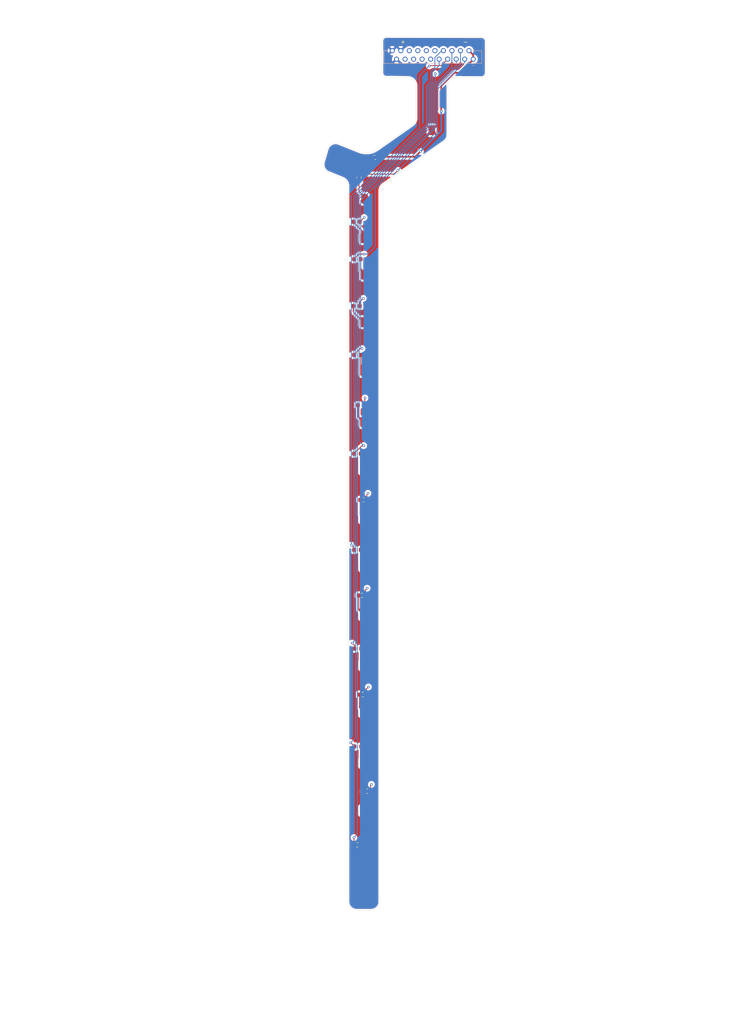
<source format=kicad_pcb>
(kicad_pcb
	(version 20240108)
	(generator "pcbnew")
	(generator_version "8.0")
	(general
		(thickness 1.6)
		(legacy_teardrops no)
	)
	(paper "A3")
	(layers
		(0 "F.Cu" signal)
		(1 "In1.Cu" signal)
		(2 "In2.Cu" signal)
		(31 "B.Cu" signal)
		(32 "B.Adhes" user "B.Adhesive")
		(33 "F.Adhes" user "F.Adhesive")
		(34 "B.Paste" user)
		(35 "F.Paste" user)
		(36 "B.SilkS" user "B.Silkscreen")
		(37 "F.SilkS" user "F.Silkscreen")
		(38 "B.Mask" user)
		(39 "F.Mask" user)
		(40 "Dwgs.User" user "User.Drawings")
		(41 "Cmts.User" user "User.Comments")
		(42 "Eco1.User" user "User.Eco1")
		(43 "Eco2.User" user "User.Eco2")
		(44 "Edge.Cuts" user)
		(45 "Margin" user)
		(46 "B.CrtYd" user "B.Courtyard")
		(47 "F.CrtYd" user "F.Courtyard")
		(48 "B.Fab" user)
		(49 "F.Fab" user)
		(50 "User.1" user)
		(51 "User.2" user)
		(52 "User.3" user)
		(53 "User.4" user)
		(54 "User.5" user)
		(55 "User.6" user)
		(56 "User.7" user)
		(57 "User.8" user)
		(58 "User.9" user)
	)
	(setup
		(stackup
			(layer "F.SilkS"
				(type "Top Silk Screen")
			)
			(layer "F.Paste"
				(type "Top Solder Paste")
			)
			(layer "F.Mask"
				(type "Top Solder Mask")
				(thickness 0.01)
			)
			(layer "F.Cu"
				(type "copper")
				(thickness 0.035)
			)
			(layer "dielectric 1"
				(type "prepreg")
				(thickness 0.1)
				(material "FR4")
				(epsilon_r 4.5)
				(loss_tangent 0.02)
			)
			(layer "In1.Cu"
				(type "copper")
				(thickness 0.035)
			)
			(layer "dielectric 2"
				(type "core")
				(thickness 1.24)
				(material "FR4")
				(epsilon_r 4.5)
				(loss_tangent 0.02)
			)
			(layer "In2.Cu"
				(type "copper")
				(thickness 0.035)
			)
			(layer "dielectric 3"
				(type "prepreg")
				(thickness 0.1)
				(material "FR4")
				(epsilon_r 4.5)
				(loss_tangent 0.02)
			)
			(layer "B.Cu"
				(type "copper")
				(thickness 0.035)
			)
			(layer "B.Mask"
				(type "Bottom Solder Mask")
				(thickness 0.01)
			)
			(layer "B.Paste"
				(type "Bottom Solder Paste")
			)
			(layer "B.SilkS"
				(type "Bottom Silk Screen")
			)
			(copper_finish "None")
			(dielectric_constraints no)
		)
		(pad_to_mask_clearance 0)
		(allow_soldermask_bridges_in_footprints no)
		(pcbplotparams
			(layerselection 0x00010fc_ffffffff)
			(plot_on_all_layers_selection 0x0000000_00000000)
			(disableapertmacros no)
			(usegerberextensions no)
			(usegerberattributes yes)
			(usegerberadvancedattributes yes)
			(creategerberjobfile yes)
			(dashed_line_dash_ratio 12.000000)
			(dashed_line_gap_ratio 3.000000)
			(svgprecision 4)
			(plotframeref no)
			(viasonmask no)
			(mode 1)
			(useauxorigin no)
			(hpglpennumber 1)
			(hpglpenspeed 20)
			(hpglpendiameter 15.000000)
			(pdf_front_fp_property_popups yes)
			(pdf_back_fp_property_popups yes)
			(dxfpolygonmode yes)
			(dxfimperialunits yes)
			(dxfusepcbnewfont yes)
			(psnegative no)
			(psa4output no)
			(plotreference yes)
			(plotvalue yes)
			(plotfptext yes)
			(plotinvisibletext no)
			(sketchpadsonfab no)
			(subtractmaskfromsilk no)
			(outputformat 1)
			(mirror no)
			(drillshape 0)
			(scaleselection 1)
			(outputdirectory "gerber/")
		)
	)
	(net 0 "")
	(net 1 "/V1")
	(net 2 "Net-(J18-Pin_4)")
	(net 3 "/V2")
	(net 4 "Net-(J18-Pin_5)")
	(net 5 "/V3")
	(net 6 "Net-(J18-Pin_6)")
	(net 7 "/V4")
	(net 8 "Net-(J18-Pin_7)")
	(net 9 "/V5")
	(net 10 "Net-(J18-Pin_8)")
	(net 11 "/V6")
	(net 12 "/V7")
	(net 13 "Net-(J18-Pin_9)")
	(net 14 "Net-(J18-Pin_10)")
	(net 15 "/V8")
	(net 16 "Net-(J18-Pin_11)")
	(net 17 "/V9")
	(net 18 "Net-(J18-Pin_12)")
	(net 19 "/V10")
	(net 20 "Net-(J18-Pin_13)")
	(net 21 "/V11")
	(net 22 "/V12")
	(net 23 "Net-(J18-Pin_14)")
	(net 24 "Net-(J18-Pin_15)")
	(net 25 "/V13")
	(net 26 "/V14")
	(net 27 "Net-(J18-Pin_16)")
	(net 28 "/V15")
	(net 29 "/V16")
	(net 30 "VBUS")
	(net 31 "GND")
	(net 32 "Net-(J18-Pin_17)")
	(net 33 "Net-(J18-Pin_3)")
	(footprint "Fuse:Fuse_0603_1608Metric" (layer "F.Cu") (at 199.75 148.65 180))
	(footprint "Fuse:Fuse_0603_1608Metric" (layer "F.Cu") (at 198.3 229.7))
	(footprint "Fuse:Fuse_0603_1608Metric" (layer "F.Cu") (at 198.1 103.1 180))
	(footprint "VTSENS:Baby_ST_Bond_Pad" (layer "F.Cu") (at 199.75 198.4 90))
	(footprint "VTSENS:Baby_ST_Bond_Pad" (layer "F.Cu") (at 199.75 87.15 90))
	(footprint "VTSENS:Baby_ST_Bond_Pad" (layer "F.Cu") (at 199.75 106.9 90))
	(footprint "Fuse:Fuse_0603_1608Metric" (layer "F.Cu") (at 198.7 72.9 -90))
	(footprint "VTSENS:Baby_ST_Bond_Pad" (layer "F.Cu") (at 199.75 221.65 -90))
	(footprint "VTSENS:Baby_ST_Bond_Pad" (layer "F.Cu") (at 199.95 95.742699 90))
	(footprint "VTSENS:Baby_ST_Bond_Pad" (layer "F.Cu") (at 199.776785 210.4 90))
	(footprint "Fuse:Fuse_0603_1608Metric" (layer "F.Cu") (at 199.4 171.1 180))
	(footprint "Fuse:Fuse_0603_1608Metric" (layer "F.Cu") (at 198.3 160.4))
	(footprint "Fuse:Fuse_0603_1608Metric" (layer "F.Cu") (at 198.1 83.3 180))
	(footprint "VTSENS:Baby_ST_Bond_Pad" (layer "F.Cu") (at 199.776785 187.457301 90))
	(footprint "VTSENS:Baby_ST_Bond_Pad" (layer "F.Cu") (at 215.8 61.8 90))
	(footprint "Fuse:Fuse_0603_1608Metric" (layer "F.Cu") (at 199.6 194.4 180))
	(footprint "VTSENS:Baby_ST_Bond_Pad" (layer "F.Cu") (at 194.5 69 -22.5))
	(footprint "Fuse:Fuse_0603_1608Metric" (layer "F.Cu") (at 198.4 183.6))
	(footprint "Fuse:Fuse_0603_1608Metric" (layer "F.Cu") (at 198.4 206.6))
	(footprint "Fuse:Fuse_0603_1608Metric" (layer "F.Cu") (at 198.3 92.1))
	(footprint "Fuse:Fuse_0603_1608Metric" (layer "F.Cu") (at 198.3 137.8))
	(footprint "VTSENS:Baby_ST_Bond_Pad" (layer "F.Cu") (at 199.75 141.4 90))
	(footprint "VTSENS:Baby_ST_Bond_Pad" (layer "F.Cu") (at 199.75 152.9 -90))
	(footprint "VTSENS:Baby_ST_Bond_Pad" (layer "F.Cu") (at 199.75 233.4 -90))
	(footprint "VTSENS:Baby_ST_Bond_Pad" (layer "F.Cu") (at 199.75 175.65 -90))
	(footprint "Fuse:Fuse_0603_1608Metric" (layer "F.Cu") (at 199.25 126.4 180))
	(footprint "Fuse:Fuse_0603_1608Metric" (layer "F.Cu") (at 202.4 68.2 -167.5))
	(footprint "VTSENS:Baby_ST_Bond_Pad" (layer "F.Cu") (at 199.75 118.4 90))
	(footprint "Fuse:Fuse_0603_1608Metric" (layer "F.Cu") (at 198.3 114.6))
	(footprint "VTSENS:Baby_ST_Bond_Pad" (layer "F.Cu") (at 199.776785 164.207301 90))
	(footprint "VTSENS:Baby_ST_Bond_Pad" (layer "F.Cu") (at 199.75 130.4 -90))
	(footprint "Fuse:Fuse_0603_1608Metric" (layer "F.Cu") (at 200.6 217.1 180))
	(footprint "VTSENS:Baby_ST_Bond_Pad" (layer "F.Cu") (at 200 77.9 90))
	(footprint "Molex_FFC:528062010" (layer "B.Cu") (at 225.5 45.1 180))
	(gr_line
		(start 228.499983 40.853672)
		(end 228.500016 48.296327)
		(stroke
			(width 0.05)
			(type default)
		)
		(layer "Edge.Cuts")
		(uuid "0c3a8ab2-7e75-42d2-b164-ad685089c946")
	)
	(gr_arc
		(start 191.280846 66.23386)
		(mid 192.32697 64.998891)
		(end 193.944481 64.942474)
		(stroke
			(width 0.05)
			(type default)
		)
		(layer "Edge.Cuts")
		(uuid "10f9bb30-f390-4bca-87cc-c309a3b49011")
	)
	(gr_line
		(start 205.1 39.800054)
		(end 227.499956 39.853672)
		(stroke
			(width 0.05)
			(type default)
		)
		(layer "Edge.Cuts")
		(uuid "16b4808f-509a-4301-b9f5-d6b5aa1d61bd")
	)
	(gr_arc
		(start 203.529941 76.076143)
		(mid 203.755923 75.152653)
		(end 204.382788 74.437844)
		(stroke
			(width 0.05)
			(type default)
		)
		(layer "Edge.Cuts")
		(uuid "1a0944c0-d98a-4bcf-9c0c-f97317397c2d")
	)
	(gr_line
		(start 198.639921 66.82723)
		(end 193.944477 64.942485)
		(stroke
			(width 0.05)
			(type default)
		)
		(layer "Edge.Cuts")
		(uuid "1a3faf27-3f01-4645-a6dd-df4dbe0e6b91")
	)
	(gr_line
		(start 203.529941 76.076143)
		(end 203.529941 243.035014)
		(stroke
			(width 0.05)
			(type default)
		)
		(layer "Edge.Cuts")
		(uuid "223ae23d-fed2-44a0-ac0c-59e9220eff32")
	)
	(gr_line
		(start 212.103406 58.956943)
		(end 212.103406 51.350274)
		(stroke
			(width 0.05)
			(type default)
		)
		(layer "Edge.Cuts")
		(uuid "225b2130-0a0c-4014-9028-17bac7829ad9")
	)
	(gr_arc
		(start 203.0802 66.316193)
		(mid 200.9248 67.134215)
		(end 198.639921 66.82723)
		(stroke
			(width 0.05)
			(type default)
		)
		(layer "Edge.Cuts")
		(uuid "22cbaac1-8499-4598-bb83-d24087f11cd3")
	)
	(gr_line
		(start 218.650559 64.447444)
		(end 204.382788 74.437844)
		(stroke
			(width 0.05)
			(type default)
		)
		(layer "Edge.Cuts")
		(uuid "35271b94-7235-4f02-b81a-99ade4f90566")
	)
	(gr_arc
		(start 205.107084 49.292902)
		(mid 204.4 49)
		(end 204.107111 48.292902)
		(stroke
			(width 0.05)
			(type default)
		)
		(layer "Edge.Cuts")
		(uuid "48b97b31-a070-473d-bbd4-38646e865acf")
	)
	(gr_arc
		(start 227.499956 39.853672)
		(mid 228.207086 40.146556)
		(end 228.499983 40.853672)
		(stroke
			(width 0.05)
			(type default)
		)
		(layer "Edge.Cuts")
		(uuid "505fa6dc-19bc-4da9-bb9d-917add817e2f")
	)
	(gr_line
		(start 204.107111 48.292902)
		(end 204.107176 40.800054)
		(stroke
			(width 0.05)
			(type default)
		)
		(layer "Edge.Cuts")
		(uuid "518d22fd-8d55-459e-a696-b21469a40ae0")
	)
	(gr_arc
		(start 228.500016 48.296327)
		(mid 228.175704 49.079151)
		(end 227.39285 49.403389)
		(stroke
			(width 0.05)
			(type default)
		)
		(layer "Edge.Cuts")
		(uuid "70907e19-7e8f-47a9-8543-f2ee9730fb06")
	)
	(gr_arc
		(start 212.103406 58.956943)
		(mid 211.87743 59.880443)
		(end 211.250559 60.595248)
		(stroke
			(width 0.05)
			(type default)
		)
		(layer "Edge.Cuts")
		(uuid "74d998d2-5d53-48e6-a766-531d71c1368c")
	)
	(gr_arc
		(start 219.503406 51.350274)
		(mid 220.089183 49.93605)
		(end 221.503406 49.350274)
		(stroke
			(width 0.05)
			(type default)
		)
		(layer "Edge.Cuts")
		(uuid "76bebf18-bf11-41ec-bd6b-1fbb3c660362")
	)
	(gr_arc
		(start 191.556678 71.70489)
		(mid 190.502041 70.721335)
		(end 190.383069 69.284155)
		(stroke
			(width 0.05)
			(type default)
		)
		(layer "Edge.Cuts")
		(uuid "8b2382ee-ef13-4846-9616-ff815fe4fde4")
	)
	(gr_line
		(start 190.383069 69.284155)
		(end 191.280846 66.23386)
		(stroke
			(width 0.05)
			(type default)
		)
		(layer "Edge.Cuts")
		(uuid "967219e8-c239-4be8-a9f8-460a8f35cb30")
	)
	(gr_arc
		(start 219.503406 62.809143)
		(mid 219.277423 63.732632)
		(end 218.650559 64.447444)
		(stroke
			(width 0.05)
			(type default)
		)
		(layer "Edge.Cuts")
		(uuid "a2689f82-1c28-4c33-acca-2016fcb18d11")
	)
	(gr_line
		(start 219.503406 51.350274)
		(end 219.503406 62.809143)
		(stroke
			(width 0.05)
			(type default)
		)
		(layer "Edge.Cuts")
		(uuid "a4def3db-73ee-456f-9051-0bacb1fb8633")
	)
	(gr_line
		(start 210.103406 49.350274)
		(end 205.107084 49.292902)
		(stroke
			(width 0.05)
			(type default)
		)
		(layer "Edge.Cuts")
		(uuid "a65305af-8693-4271-8ce8-a484020c652f")
	)
	(gr_arc
		(start 203.529941 243.035014)
		(mid 202.944163 244.449233)
		(end 201.529941 245.035014)
		(stroke
			(width 0.05)
			(type default)
		)
		(layer "Edge.Cuts")
		(uuid "ab997026-521e-488c-9464-752b8e6cfc9e")
	)
	(gr_arc
		(start 204.107176 40.800054)
		(mid 204.397513 40.095458)
		(end 205.1 39.800054)
		(stroke
			(width 0.05)
			(type default)
		)
		(layer "Edge.Cuts")
		(uuid "b117e708-a685-44cf-95aa-5b20bae40410")
	)
	(gr_line
		(start 196.129941 243.035014)
		(end 196.129941 74.892876)
		(stroke
			(width 0.05)
			(type default)
		)
		(layer "Edge.Cuts")
		(uuid "bba9b52d-7d8b-4d2c-9928-143bb3bf5245")
	)
	(gr_line
		(start 194.874948 73.036814)
		(end 191.556678 71.70489)
		(stroke
			(width 0.05)
			(type default)
		)
		(layer "Edge.Cuts")
		(uuid "bc5095cd-ed6b-457e-a3ac-dc0b731f7ded")
	)
	(gr_line
		(start 201.529941 245.035014)
		(end 198.129941 245.035014)
		(stroke
			(width 0.05)
			(type default)
		)
		(layer "Edge.Cuts")
		(uuid "c3e75e2c-65d4-4506-b806-ebaeafaf6c7b")
	)
	(gr_line
		(start 203.0802 66.316193)
		(end 211.250559 60.595248)
		(stroke
			(width 0.05)
			(type default)
		)
		(layer "Edge.Cuts")
		(uuid "c45156c5-6320-4ba9-a81c-c33aeca85dab")
	)
	(gr_arc
		(start 210.103406 49.350274)
		(mid 211.517591 49.936072)
		(end 212.103406 51.350274)
		(stroke
			(width 0.05)
			(type default)
		)
		(layer "Edge.Cuts")
		(uuid "cc5c8947-a412-407a-8c8f-4f2108becc4c")
	)
	(gr_arc
		(start 198.129941 245.035014)
		(mid 196.715762 244.449212)
		(end 196.129941 243.035014)
		(stroke
			(width 0.05)
			(type default)
		)
		(layer "Edge.Cuts")
		(uuid "e1c1652e-91a1-47a9-a4e1-2228355719af")
	)
	(gr_line
		(start 221.503406 49.350274)
		(end 227.39285 49.403389)
		(stroke
			(width 0.05)
			(type default)
		)
		(layer "Edge.Cuts")
		(uuid "ea7611bf-e12f-4739-8b5c-83b090bcc95f")
	)
	(gr_arc
		(start 194.87495 73.036808)
		(mid 195.786756 73.772604)
		(end 196.129941 74.892876)
		(stroke
			(width 0.05)
			(type default)
		)
		(layer "Edge.Cuts")
		(uuid "f5ce9bba-46c6-4549-a5ce-3f68383457b0")
	)
	(gr_curve
		(pts
			(xy 252.531409 236.420838) (xy 252.531684 236.420257) (xy 252.531958 236.419677) (xy 252.532348 236.418325)
		)
		(locked yes)
		(stroke
			(width 0.1)
			(type default)
		)
		(layer "User.2")
		(uuid "00009bff-2b67-4a9f-9429-a1ab792ce7ca")
	)
	(gr_curve
		(pts
			(xy 264.23124 107.926942) (xy 264.244176 107.919503) (xy 264.26491 107.90758) (xy 264.26491 107.90758)
		)
		(locked yes)
		(stroke
			(width 0.1)
			(type default)
		)
		(layer "User.2")
		(uuid "00019bae-e99a-40e3-83f7-926cd4924a0e")
	)
	(gr_line
		(start 246.099016 98.956728)
		(end 246.111058 99.0096)
		(locked yes)
		(stroke
			(width 0.1)
			(type default)
		)
		(layer "User.2")
		(uuid "0003e7b8-c2f7-4379-a378-3535ed705648")
	)
	(gr_curve
		(pts
			(xy 186.039369 110.618633) (xy 186.048583 110.624369) (xy 186.058502 110.628522) (xy 186.068569 110.630858)
		)
		(locked yes)
		(stroke
			(width 0.1)
			(type default)
		)
		(layer "User.2")
		(uuid "00047705-ff1a-479b-8b9a-150e55dd1d89")
	)
	(gr_line
		(start 148.927855 169.780551)
		(end 148.927856 169.780552)
		(locked yes)
		(stroke
			(width 0.1)
			(type default)
		)
		(layer "User.2")
		(uuid "000641b3-3751-454e-be0d-e664fa02e4d5")
	)
	(gr_line
		(start 272.461592 201.93287)
		(end 272.551793 201.985153)
		(locked yes)
		(stroke
			(width 0.1)
			(type default)
		)
		(layer "User.2")
		(uuid "000766f6-9531-4c40-8358-87e8ea4ae622")
	)
	(gr_curve
		(pts
			(xy 166.380842 91.789329) (xy 166.397173 91.83418) (xy 166.437417 91.870326) (xy 166.491845 91.885655)
		)
		(locked yes)
		(stroke
			(width 0.1)
			(type default)
		)
		(layer "User.2")
		(uuid "00077717-591f-4dd1-9759-cac2b89a8fd5")
	)
	(gr_curve
		(pts
			(xy 147.067673 79.763351) (xy 147.060454 79.724734) (xy 147.05213 79.683419) (xy 147.042616 79.639016)
		)
		(locked yes)
		(stroke
			(width 0.1)
			(type default)
		)
		(layer "User.2")
		(uuid "00092ce9-59f9-4671-83b5-87e828cb2ded")
	)
	(gr_curve
		(pts
			(xy 195.113094 107.916891) (xy 195.104087 107.912809) (xy 195.09508 107.908726) (xy 195.084443 107.903915)
		)
		(locked yes)
		(stroke
			(width 0.1)
			(type default)
		)
		(layer "User.2")
		(uuid "000ce51e-9afd-4470-8a3b-3388eed75118")
	)
	(gr_curve
		(pts
			(xy 172.132564 140.915226) (xy 172.112779 140.871696) (xy 172.092488 140.824597) (xy 172.072753 140.776294)
		)
		(locked yes)
		(stroke
			(width 0.1)
			(type default)
		)
		(layer "User.2")
		(uuid "000daad1-354b-4a01-81ec-4050b799c77d")
	)
	(gr_line
		(start 166.899867 98.824783)
		(end 166.899778 98.824569)
		(locked yes)
		(stroke
			(width 0.1)
			(type default)
		)
		(layer "User.2")
		(uuid "001073e5-de51-46b3-9767-0d47ec2bbeae")
	)
	(gr_curve
		(pts
			(xy 188.533138 124.103335) (xy 188.5294 124.112468) (xy 188.52748 124.122148) (xy 188.527484 124.13183)
		)
		(locked yes)
		(stroke
			(width 0.1)
			(type default)
		)
		(layer "User.2")
		(uuid "0010a4c4-862d-42a8-adab-558e1209c8c4")
	)
	(gr_curve
		(pts
			(xy 234.421956 107.843007) (xy 234.438621 107.829452) (xy 234.455227 107.815739) (xy 234.470819 107.801661)
		)
		(locked yes)
		(stroke
			(width 0.1)
			(type default)
		)
		(layer "User.2")
		(uuid "001115d4-3e9c-4bf3-95c1-756a7dfbcc98")
	)
	(gr_curve
		(pts
			(xy 132.108097 67.2425) (xy 132.10936 67.230863) (xy 132.110523 67.219881) (xy 132.111581 67.209626)
		)
		(locked yes)
		(stroke
			(width 0.1)
			(type default)
		)
		(layer "User.2")
		(uuid "00112601-d4f1-4ed7-923b-680ab7214d21")
	)
	(gr_curve
		(pts
			(xy 163.484948 148.650409) (xy 163.899419 149.789159) (xy 163.899419 149.789159) (xy 163.899419 149.789159)
		)
		(locked yes)
		(stroke
			(width 0.1)
			(type default)
		)
		(layer "User.2")
		(uuid "0011bb6b-13fb-4362-adb4-90a55ab0a909")
	)
	(gr_curve
		(pts
			(xy 145.531664 165.209673) (xy 145.592572 165.377016) (xy 145.65348 165.544359) (xy 145.714387 165.711702)
		)
		(locked yes)
		(stroke
			(width 0.1)
			(type default)
		)
		(layer "User.2")
		(uuid "00121ed2-7c9d-4fc0-9cbb-42b0f6e4d54c")
	)
	(gr_curve
		(pts
			(xy 173.652756 98.862929) (xy 173.642607 98.860792) (xy 173.632125 98.860248) (xy 173.62181 98.861322)
		)
		(locked yes)
		(stroke
			(width 0.1)
			(type default)
		)
		(layer "User.2")
		(uuid "0012b10f-6d36-4aed-a691-02d1701c9f73")
	)
	(gr_curve
		(pts
			(xy 193.229714 201.937092) (xy 193.230915 201.931682) (xy 193.232245 201.925851) (xy 193.233576 201.920021)
		)
		(locked yes)
		(stroke
			(width 0.1)
			(type default)
		)
		(layer "User.2")
		(uuid "00176287-7a4e-4177-9d80-8adb91d4a8b9")
	)
	(gr_curve
		(pts
			(xy 246.006998 121.796697) (xy 246.016005 121.777599) (xy 246.024522 121.757649) (xy 246.033037 121.737695)
		)
		(locked yes)
		(stroke
			(width 0.1)
			(type default)
		)
		(layer "User.2")
		(uuid "00198822-4a01-47ed-b58c-167091eb6658")
	)
	(gr_curve
		(pts
			(xy 168.676323 181.264237) (xy 168.675886 181.342897) (xy 168.67545 181.421557) (xy 168.674993 181.500359)
		)
		(locked yes)
		(stroke
			(width 0.1)
			(type default)
		)
		(layer "User.2")
		(uuid "001b8e2b-c086-4d49-bd88-4ea980998d7f")
	)
	(gr_curve
		(pts
			(xy 208.33355 90.429797) (xy 208.327098 90.438537) (xy 208.319102 90.446309) (xy 208.310174 90.452518)
		)
		(locked yes)
		(stroke
			(width 0.1)
			(type default)
		)
		(layer "User.2")
		(uuid "001d20e6-19a7-4592-8b6b-dc795dfbd635")
	)
	(gr_curve
		(pts
			(xy 184.647685 85.141502) (xy 184.641618 85.149285) (xy 184.636931 85.15837) (xy 184.633887 85.168245)
		)
		(locked yes)
		(stroke
			(width 0.1)
			(type default)
		)
		(layer "User.2")
		(uuid "001d2de4-4380-44d1-8b79-6078c9ca10b2")
	)
	(gr_curve
		(pts
			(xy 128.979548 204.589908) (xy 128.97268 204.597396) (xy 128.967282 204.605855) (xy 128.963649 204.614823)
		)
		(locked yes)
		(stroke
			(width 0.1)
			(type default)
		)
		(layer "User.2")
		(uuid "001db3bf-6415-47a9-9a90-221944a55c89")
	)
	(gr_circle
		(center 199.829889 56.700274)
		(end 202.979889 56.700274)
		(locked yes)
		(stroke
			(width 0.1)
			(type default)
		)
		(fill none)
		(layer "User.2")
		(uuid "001dcb3f-ef2b-4990-8509-75bcb2ed1932")
	)
	(gr_line
		(start 144.692349 176.897313)
		(end 144.584631 176.959259)
		(locked yes)
		(stroke
			(width 0.1)
			(type default)
		)
		(layer "User.2")
		(uuid "001e69ad-2616-4114-be7f-556f50773681")
	)
	(gr_curve
		(pts
			(xy 133.988723 70.906102) (xy 134.022681 70.877608) (xy 134.059217 70.846951) (xy 134.097414 70.8149)
		)
		(locked yes)
		(stroke
			(width 0.1)
			(type default)
		)
		(layer "User.2")
		(uuid "001f3030-a910-47e2-8664-dbaef9a1328a")
	)
	(gr_curve
		(pts
			(xy 191.453259 170.522665) (xy 191.450065 170.512736) (xy 191.448437 170.502305) (xy 191.448455 170.491875)
		)
		(locked yes)
		(stroke
			(width 0.1)
			(type default)
		)
		(layer "User.2")
		(uuid "001ff002-97c2-4106-847e-92e9b8a6e0b3")
	)
	(gr_curve
		(pts
			(xy 228.165453 147.251738) (xy 228.165015 147.327229) (xy 228.164559 147.402851) (xy 228.164103 147.478474)
		)
		(locked yes)
		(stroke
			(width 0.1)
			(type default)
		)
		(layer "User.2")
		(uuid "0021e2c9-bfec-4549-bad1-f3a8620e2420")
	)
	(gr_curve
		(pts
			(xy 231.146097 124.869339) (xy 231.126715 124.872805) (xy 231.106836 124.878137) (xy 231.086755 124.88455)
		)
		(locked yes)
		(stroke
			(width 0.1)
			(type default)
		)
		(layer "User.2")
		(uuid "00234422-ab28-4639-ba6d-133e51f8c022")
	)
	(gr_curve
		(pts
			(xy 211.081807 204.699432) (xy 211.081609 204.623809) (xy 211.081411 204.548186) (xy 211.081231 204.472693)
		)
		(locked yes)
		(stroke
			(width 0.1)
			(type default)
		)
		(layer "User.2")
		(uuid "00239c1a-f5f7-4a3b-80c2-554212ee4105")
	)
	(gr_line
		(start 252.531352 236.420889)
		(end 252.531409 236.420838)
		(locked yes)
		(stroke
			(width 0.1)
			(type default)
		)
		(layer "User.2")
		(uuid "00241cba-0713-418c-89ee-b344b8b57188")
	)
	(gr_curve
		(pts
			(xy 273.962735 222.351882) (xy 273.958484 222.342375) (xy 273.955723 222.332209) (xy 273.954582 222.321871)
		)
		(locked yes)
		(stroke
			(width 0.1)
			(type default)
		)
		(layer "User.2")
		(uuid "0027423e-7fa2-4330-9695-6e74fc5f17d6")
	)
	(gr_curve
		(pts
			(xy 191.310448 238.582943) (xy 191.303418 238.575369) (xy 191.294884 238.568827) (xy 191.285326 238.563683)
		)
		(locked yes)
		(stroke
			(width 0.1)
			(type default)
		)
		(layer "User.2")
		(uuid "002a9036-1f17-480b-9dd5-6b2035689de1")
	)
	(gr_curve
		(pts
			(xy 125.397557 128.444366) (xy 125.251483 128.043031) (xy 125.105409 127.641696) (xy 124.959335 127.240361)
		)
		(locked yes)
		(stroke
			(width 0.1)
			(type default)
		)
		(layer "User.2")
		(uuid "002c6d28-a550-40b6-9a3e-f577febc5898")
	)
	(gr_curve
		(pts
			(xy 128.919107 227.542698) (xy 128.91937 227.388218) (xy 128.919633 227.234133) (xy 128.919895 227.080352)
		)
		(locked yes)
		(stroke
			(width 0.1)
			(type default)
		)
		(layer "User.2")
		(uuid "002c8522-975c-4fa8-aff7-05d7aae33a51")
	)
	(gr_curve
		(pts
			(xy 250.932847 113.401785) (xy 250.926752 113.393321) (xy 250.921993 113.383897) (xy 250.918799 113.373968)
		)
		(locked yes)
		(stroke
			(width 0.1)
			(type default)
		)
		(layer "User.2")
		(uuid "002d29ee-0dd2-4602-a730-c39d8371ec02")
	)
	(gr_curve
		(pts
			(xy 148.605111 103.491996) (xy 148.52921 103.283462) (xy 148.45331 103.074928) (xy 148.37741 102.866395)
		)
		(locked yes)
		(stroke
			(width 0.1)
			(type default)
		)
		(layer "User.2")
		(uuid "002d88e7-2ea7-4e7c-923e-b9ee16a864e0")
	)
	(gr_curve
		(pts
			(xy 186.053045 171.039083) (xy 185.996862 171.024389) (xy 185.95661 170.988231) (xy 185.940284 170.943365)
		)
		(locked yes)
		(stroke
			(width 0.1)
			(type default)
		)
		(layer "User.2")
		(uuid "002f5722-df39-48ba-8448-fb9eb9a0dce3")
	)
	(gr_curve
		(pts
			(xy 173.520286 190.399436) (xy 173.52635 190.388973) (xy 173.532913 190.377651) (xy 173.539477 190.366326)
		)
		(locked yes)
		(stroke
			(width 0.1)
			(type default)
		)
		(layer "User.2")
		(uuid "002fcb64-09d2-460a-aac2-b6f09a8020d8")
	)
	(gr_circle
		(center 249.409843 118.050274)
		(end 259.909843 118.050274)
		(locked yes)
		(stroke
			(width 0.1)
			(type default)
		)
		(fill none)
		(layer "User.2")
		(uuid "00369d7f-0bd1-48fa-b358-c4e862161357")
	)
	(gr_line
		(start 224.798757 84.806444)
		(end 224.798773 84.80652)
		(locked yes)
		(stroke
			(width 0.1)
			(type default)
		)
		(layer "User.2")
		(uuid "00379668-1d43-4c72-bf1c-692c9375564c")
	)
	(gr_curve
		(pts
			(xy 168.711845 161.757944) (xy 168.75498 161.742244) (xy 168.778899 161.733538) (xy 168.778905 161.733536)
		)
		(locked yes)
		(stroke
			(width 0.1)
			(type default)
		)
		(layer "User.2")
		(uuid "003b2a46-32ec-47ed-ac1b-10ba68005289")
	)
	(gr_curve
		(pts
			(xy 148.544783 81.383831) (xy 148.546245 81.383504) (xy 148.572269 81.376518) (xy 148.617578 81.364281)
		)
		(locked yes)
		(stroke
			(width 0.1)
			(type default)
		)
		(layer "User.2")
		(uuid "003b614f-72b6-4358-a416-b7778f8b13e2")
	)
	(gr_curve
		(pts
			(xy 225.970693 202.059923) (xy 225.836778 202.136935) (xy 225.703205 202.21375) (xy 225.569895 202.290414)
		)
		(locked yes)
		(stroke
			(width 0.1)
			(type default)
		)
		(layer "User.2")
		(uuid "003dc29d-f15f-49cc-adb5-a124c4661299")
	)
	(gr_curve
		(pts
			(xy 247.820255 226.970472) (xy 247.819059 226.993217) (xy 247.817937 227.015953) (xy 247.816708 227.037962)
		)
		(locked yes)
		(stroke
			(width 0.1)
			(type default)
		)
		(layer "User.2")
		(uuid "00402e2c-3a67-40bb-bfad-8c798adef18b")
	)
	(gr_curve
		(pts
			(xy 274.188842 84.922071) (xy 274.187702 84.911733) (xy 274.188183 84.901227) (xy 274.190259 84.891061)
		)
		(locked yes)
		(stroke
			(width 0.1)
			(type default)
		)
		(layer "User.2")
		(uuid "0040a87e-309a-4000-b684-9516b084b86b")
	)
	(gr_curve
		(pts
			(xy 194.949914 107.687005) (xy 194.948774 107.676668) (xy 194.949254 107.666162) (xy 194.95133 107.655995)
		)
		(locked yes)
		(stroke
			(width 0.1)
			(type default)
		)
		(layer "User.2")
		(uuid "00426dde-375d-43b8-99d8-a6ea389d29e6")
	)
	(gr_curve
		(pts
			(xy 124.907386 211.037391) (xy 124.980898 210.995116) (xy 125.022968 210.970923) (xy 125.022968 210.970923)
		)
		(locked yes)
		(stroke
			(width 0.1)
			(type default)
		)
		(layer "User.2")
		(uuid "004366d3-482e-4d89-9c1a-22c90f92d353")
	)
	(gr_curve
		(pts
			(xy 215.327722 73.743794) (xy 215.321682 73.73599) (xy 215.314259 73.729487) (xy 215.305872 73.72465)
		)
		(locked yes)
		(stroke
			(width 0.1)
			(type default)
		)
		(layer "User.2")
		(uuid "00454525-b814-4168-8785-de358557c22d")
	)
	(gr_curve
		(pts
			(xy 165.283307 141.968633) (xy 165.286429 141.971466) (xy 165.289912 141.974619) (xy 165.293645 141.978041)
		)
		(locked yes)
		(stroke
			(width 0.1)
			(type default)
		)
		(layer "User.2")
		(uuid "0047721b-f0d6-4a5f-8d5c-e867ef861306")
	)
	(gr_line
		(start 208.050412 227.865093)
		(end 208.050278 227.865166)
		(locked yes)
		(stroke
			(width 0.1)
			(type default)
		)
		(layer "User.2")
		(uuid "00492e51-1e68-4b4e-b28c-ba102b77c1f4")
	)
	(gr_curve
		(pts
			(xy 267.550729 216.480913) (xy 267.550721 216.480922) (xy 267.550714 216.480932) (xy 267.550707 216.480942)
		)
		(locked yes)
		(stroke
			(width 0.1)
			(type default)
		)
		(layer "User.2")
		(uuid "004c1ffa-0644-483a-ad9f-9bd4a94507b9")
	)
	(gr_curve
		(pts
			(xy 151.906551 147.583258) (xy 151.912638 147.591654) (xy 151.920042 147.599094) (xy 151.928408 147.605222)
		)
		(locked yes)
		(stroke
			(width 0.1)
			(type default)
		)
		(layer "User.2")
		(uuid "004dffca-f117-4506-8ed1-16ac4821a982")
	)
	(gr_curve
		(pts
			(xy 188.566753 101.100092) (xy 188.566778 101.085393) (xy 188.566804 101.070347) (xy 188.566804 101.070347)
		)
		(locked yes)
		(stroke
			(width 0.1)
			(type default)
		)
		(layer "User.2")
		(uuid "00511cc0-12b1-49ac-9f93-6d99efa60355")
	)
	(gr_arc
		(start 247.859299 204.070507)
		(mid 249.259586 203.903758)
		(end 250.659294 204.07528)
		(locked yes)
		(stroke
			(width 0.1)
			(type default)
		)
		(layer "User.2")
		(uuid "005267c0-4a1e-4c95-9e7a-323f6146a4a9")
	)
	(gr_curve
		(pts
			(xy 214.414308 210.859045) (xy 214.430973 210.84549) (xy 214.447579 210.831777) (xy 214.463171 210.817699)
		)
		(locked yes)
		(stroke
			(width 0.1)
			(type default)
		)
		(layer "User.2")
		(uuid "0053cda4-9b69-4402-a5c9-188eae272d5b")
	)
	(gr_curve
		(pts
			(xy 208.202577 181.849888) (xy 208.198944 181.858856) (xy 208.197078 181.868331) (xy 208.19708 181.877796)
		)
		(locked yes)
		(stroke
			(width 0.1)
			(type default)
		)
		(layer "User.2")
		(uuid "00557eac-7951-484f-bf1c-85b295c243ca")
	)
	(gr_curve
		(pts
			(xy 204.940662 96.283553) (xy 204.944889 96.274083) (xy 204.94763 96.263951) (xy 204.948755 96.253642)
		)
		(locked yes)
		(stroke
			(width 0.1)
			(type default)
		)
		(layer "User.2")
		(uuid "00569870-3a96-4d05-ae47-f709fcb427bc")
	)
	(gr_line
		(start 214.550618 210.800379)
		(end 214.550362 210.80057)
		(locked yes)
		(stroke
			(width 0.1)
			(type default)
		)
		(layer "User.2")
		(uuid "00574acb-c5ac-4aff-a025-22afc93f111e")
	)
	(gr_line
		(start 253.741825 83.700274)
		(end 284.741825 83.700274)
		(locked yes)
		(stroke
			(width 0.1)
			(type default)
		)
		(layer "User.2")
		(uuid "0057c207-d1f0-477e-8f93-9f28d49dcedc")
	)
	(gr_line
		(start 205.801955 99.180702)
		(end 205.801956 99.180702)
		(locked yes)
		(stroke
			(width 0.1)
			(type default)
		)
		(layer "User.2")
		(uuid "0058b1e3-db7b-48b6-a5d8-a59de9dcfbe6")
	)
	(gr_curve
		(pts
			(xy 172.13269 118.015551) (xy 172.112876 117.971964) (xy 172.092559 117.92481) (xy 172.072801 117.876453)
		)
		(locked yes)
		(stroke
			(width 0.1)
			(type default)
		)
		(layer "User.2")
		(uuid "005b8b33-ba7a-41ab-8739-c37045f55f81")
	)
	(gr_curve
		(pts
			(xy 253.321524 190.954377) (xy 253.248157 190.911852) (xy 253.20617 190.887515) (xy 253.20617 190.887515)
		)
		(locked yes)
		(stroke
			(width 0.1)
			(type default)
		)
		(layer "User.2")
		(uuid "005d573a-2c30-49ec-8b40-888669460f97")
	)
	(gr_line
		(start 184.917053 222.245248)
		(end 184.917051 222.245245)
		(locked yes)
		(stroke
			(width 0.1)
			(type default)
		)
		(layer "User.2")
		(uuid "005fd8b8-d910-4702-b3d7-7d1bfad7727a")
	)
	(gr_curve
		(pts
			(xy 213.253175 190.517903) (xy 213.262621 190.524815) (xy 213.271551 190.531313) (xy 213.279903 190.537357)
		)
		(locked yes)
		(stroke
			(width 0.1)
			(type default)
		)
		(layer "User.2")
		(uuid "00648426-eb84-45b2-b71d-23f9473f1609")
	)
	(gr_line
		(start 168.776755 135.111309)
		(end 168.776544 135.235575)
		(locked yes)
		(stroke
			(width 0.1)
			(type default)
		)
		(layer "User.2")
		(uuid "0064884d-ebb0-4084-b7e9-4e4064ef2842")
	)
	(gr_curve
		(pts
			(xy 122.21501 147.944811) (xy 122.229764 147.985345) (xy 122.24553 148.028661) (xy 122.261944 148.073758)
		)
		(locked yes)
		(stroke
			(width 0.1)
			(type default)
		)
		(layer "User.2")
		(uuid "0064cd93-de48-466b-8306-acca51ecb7ab")
	)
	(gr_curve
		(pts
			(xy 193.185479 224.860783) (xy 193.186129 224.857907) (xy 193.18687 224.854512) (xy 193.187692 224.850716)
		)
		(locked yes)
		(stroke
			(width 0.1)
			(type default)
		)
		(layer "User.2")
		(uuid "006864ac-7907-4ea9-9af8-e359fa3cc453")
	)
	(gr_line
		(start 141.616755 62.179118)
		(end 142.116755 61.759556)
		(locked yes)
		(stroke
			(width 0.1)
			(type default)
		)
		(layer "User.2")
		(uuid "00698232-5fb3-4c10-b56f-2ada8caf608e")
	)
	(gr_arc
		(start 225.5363 156.464432)
		(mid 224.6703 155.322376)
		(end 224.118758 153.99948)
		(locked yes)
		(stroke
			(width 0.1)
			(type default)
		)
		(layer "User.2")
		(uuid "006a7ee2-6ac7-415a-be38-113601beb1c9")
	)
	(gr_curve
		(pts
			(xy 144.609829 162.676951) (xy 144.609835 162.676949) (xy 144.633754 162.668243) (xy 144.676889 162.652543)
		)
		(locked yes)
		(stroke
			(width 0.1)
			(type default)
		)
		(layer "User.2")
		(uuid "006e988a-bda2-430d-8afb-8b40213bbabe")
	)
	(gr_curve
		(pts
			(xy 204.339982 142.406054) (xy 204.473293 142.32939) (xy 204.606865 142.252576) (xy 204.74078 142.175564)
		)
		(locked yes)
		(stroke
			(width 0.1)
			(type default)
		)
		(layer "User.2")
		(uuid "006f1979-fe5b-41a6-ae6c-0c2fed931ea3")
	)
	(gr_curve
		(pts
			(xy 267.539098 239.337988) (xy 267.544082 239.345112) (xy 267.551352 239.354026) (xy 267.560384 239.364176)
		)
		(locked yes)
		(stroke
			(width 0.1)
			(type default)
		)
		(layer "User.2")
		(uuid "006fabc8-d18b-4676-b07d-ecfbf5238b06")
	)
	(gr_arc
		(start 234.17328 53.665466)
		(mid 234.905578 52.711749)
		(end 236.052393 52.350295)
		(locked yes)
		(stroke
			(width 0.1)
			(type default)
		)
		(layer "User.2")
		(uuid "0071d826-1f0e-464c-8d5d-356452f15e5c")
	)
	(gr_line
		(start 206.316753 144.729955)
		(end 206.402124 144.723274)
		(locked yes)
		(stroke
			(width 0.1)
			(type default)
		)
		(layer "User.2")
		(uuid "0071e877-0439-4e85-8aea-148e9ba21c96")
	)
	(gr_curve
		(pts
			(xy 194.866467 245.227558) (xy 194.860517 245.219928) (xy 194.853245 245.213574) (xy 194.845047 245.208843)
		)
		(locked yes)
		(stroke
			(width 0.1)
			(type default)
		)
		(layer "User.2")
		(uuid "0071ebb2-d707-462f-bed6-f3c6d67c9b7c")
	)
	(gr_curve
		(pts
			(xy 264.117952 153.771702) (xy 264.114868 153.781384) (xy 264.113359 153.791855) (xy 264.113507 153.802543)
		)
		(locked yes)
		(stroke
			(width 0.1)
			(type default)
		)
		(layer "User.2")
		(uuid "00730f46-4feb-47bf-a18b-6cc13cb38d91")
	)
	(gr_line
		(start 189.157113 153.369504)
		(end 189.244877 153.610633)
		(locked yes)
		(stroke
			(width 0.1)
			(type default)
		)
		(layer "User.2")
		(uuid "0073abbc-5df5-4f28-a8a2-bf4991fc6a7e")
	)
	(gr_curve
		(pts
			(xy 254.950091 188.502124) (xy 254.956159 188.491649) (xy 254.961728 188.482043) (xy 254.966374 188.474034)
		)
		(locked yes)
		(stroke
			(width 0.1)
			(type default)
		)
		(layer "User.2")
		(uuid "0074b6cf-8bc2-44ad-a867-a170317101b1")
	)
	(gr_arc
		(start 228.032744 238.386753)
		(mid 229.43303 238.220022)
		(end 230.83274 238.391527)
		(locked yes)
		(stroke
			(width 0.1)
			(type default)
		)
		(layer "User.2")
		(uuid "0075acdf-ad5e-4782-81eb-0ca9665b41a2")
	)
	(gr_curve
		(pts
			(xy 144.890515 121.160159) (xy 144.953452 121.333076) (xy 145.016389 121.505993) (xy 145.079326 121.67891)
		)
		(locked yes)
		(stroke
			(width 0.1)
			(type default)
		)
		(layer "User.2")
		(uuid "00763c2a-4bec-427f-9f0f-c803a1d4bde3")
	)
	(gr_curve
		(pts
			(xy 127.013268 88.545399) (xy 127.160882 88.950964) (xy 127.308496 89.356529) (xy 127.456109 89.762095)
		)
		(locked yes)
		(stroke
			(width 0.1)
			(type default)
		)
		(layer "User.2")
		(uuid "007c79bd-3158-4a63-a548-ba65ec4df34b")
	)
	(gr_arc
		(start 214.805783 118.124142)
		(mid 214.77879 118.634522)
		(end 214.69984 119.139482)
		(locked yes)
		(stroke
			(width 0.1)
			(type default)
		)
		(layer "User.2")
		(uuid "00826d6d-b6f1-4034-86cf-f124020f3ce4")
	)
	(gr_arc
		(start 149.463742 238.352633)
		(mid 150.565462 238.311848)
		(end 151.654208 238.485301)
		(locked yes)
		(stroke
			(width 0.1)
			(type default)
		)
		(layer "User.2")
		(uuid "008513f9-4611-4824-a116-ec235d00ad38")
	)
	(gr_curve
		(pts
			(xy 272.684298 110.477695) (xy 272.687908 110.485568) (xy 272.691132 110.490654) (xy 272.69404 110.492767)
		)
		(locked yes)
		(stroke
			(width 0.1)
			(type default)
		)
		(layer "User.2")
		(uuid "0086ab2b-37d3-4614-aaa0-04253d1d55b8")
	)
	(gr_line
		(start 127.037993 236.034981)
		(end 127.037992 236.034981)
		(locked yes)
		(stroke
			(width 0.1)
			(type default)
		)
		(layer "User.2")
		(uuid "0087fc8b-43d6-499e-8a5d-534f837a33dd")
	)
	(gr_curve
		(pts
			(xy 225.884933 224.88949) (xy 225.900874 224.877914) (xy 225.918074 224.865297) (xy 225.936105 224.85205)
		)
		(locked yes)
		(stroke
			(width 0.1)
			(type default)
		)
		(layer "User.2")
		(uuid "008a327e-67e8-4d68-bcee-3e3ee13ddcdc")
	)
	(gr_curve
		(pts
			(xy 250.78991 158.515018) (xy 250.780352 158.509874) (xy 250.769775 158.506131) (xy 250.758774 158.503999)
		)
		(locked yes)
		(stroke
			(width 0.1)
			(type default)
		)
		(layer "User.2")
		(uuid "008e6011-f095-4e09-8337-7d52628f24a6")
	)
	(gr_arc
		(start 153.583056 224.802119)
		(mid 150.253579 226.064213)
		(end 146.928445 224.790682)
		(locked yes)
		(stroke
			(width 0.1)
			(type default)
		)
		(layer "User.2")
		(uuid "008f69b1-e231-40fc-a41c-1b5215f98cf2")
	)
	(gr_curve
		(pts
			(xy 245.967955 144.696664) (xy 245.976962 144.677566) (xy 245.985479 144.657616) (xy 245.993993 144.637662)
		)
		(locked yes)
		(stroke
			(width 0.1)
			(type default)
		)
		(layer "User.2")
		(uuid "009179fe-f92e-4a93-81ad-599a3a10a89c")
	)
	(gr_line
		(start 232.833518 201.987537)
		(end 232.83352 201.987528)
		(locked yes)
		(stroke
			(width 0.1)
			(type default)
		)
		(layer "User.2")
		(uuid "0092053e-0dda-4431-944c-43da42c4bf59")
	)
	(gr_curve
		(pts
			(xy 272.449413 224.979483) (xy 272.466865 224.979514) (xy 272.484287 224.984214) (xy 272.499386 224.992965)
		)
		(locked yes)
		(stroke
			(width 0.1)
			(type default)
		)
		(layer "User.2")
		(uuid "00966453-8635-45d7-8e03-aae6acda7ba6")
	)
	(gr_curve
		(pts
			(xy 145.531664 119.409673) (xy 145.592572 119.577016) (xy 145.65348 119.744359) (xy 145.714387 119.911702)
		)
		(locked yes)
		(stroke
			(width 0.1)
			(type default)
		)
		(layer "User.2")
		(uuid "0096a0e9-16f4-4805-90a7-68ab9e18e20b")
	)
	(gr_curve
		(pts
			(xy 163.484948 102.850409) (xy 163.899419 103.989159) (xy 163.899419 103.989159) (xy 163.899419 103.989159)
		)
		(locked yes)
		(stroke
			(width 0.1)
			(type default)
		)
		(layer "User.2")
		(uuid "00970e4f-3a6c-403d-afe1-680bb8e2acb4")
	)
	(gr_curve
		(pts
			(xy 141.821396 227.227823) (xy 141.83781 227.27292) (xy 141.854873 227.319799) (xy 141.872166 227.367311)
		)
		(locked yes)
		(stroke
			(width 0.1)
			(type default)
		)
		(layer "User.2")
		(uuid "00988473-e330-4f99-9901-16874fec99a4")
	)
	(gr_curve
		(pts
			(xy 267.726892 147.847129) (xy 267.706905 147.840666) (xy 267.687111 147.835272) (xy 267.667804 147.831726)
		)
		(locked yes)
		(stroke
			(width 0.1)
			(type default)
		)
		(layer "User.2")
		(uuid "0098db86-e64a-45cf-9178-f2a9c1e445ed")
	)
	(gr_arc
		(start 153.622042 201.902204)
		(mid 153.653013 201.883455)
		(end 153.688628 201.876963)
		(locked yes)
		(stroke
			(width 0.1)
			(type default)
		)
		(layer "User.2")
		(uuid "00998481-0d84-42f1-bdf4-09b170f1d189")
	)
	(gr_curve
		(pts
			(xy 132.079059 95.326665) (xy 132.116652 95.409156) (xy 132.153735 95.482765) (xy 132.190978 95.549089)
		)
		(locked yes)
		(stroke
			(width 0.1)
			(type default)
		)
		(layer "User.2")
		(uuid "0099a84c-7909-4c0b-ba16-4fa55c2e127d")
	)
	(gr_curve
		(pts
			(xy 181.421396 158.527823) (xy 181.43781 158.57292) (xy 181.454873 158.619799) (xy 181.472166 158.667311)
		)
		(locked yes)
		(stroke
			(width 0.1)
			(type default)
		)
		(layer "User.2")
		(uuid "009da224-3946-4a69-b69b-460bffd053bd")
	)
	(gr_curve
		(pts
			(xy 136.398896 68.231024) (xy 136.196418 68.400923) (xy 135.99394 68.570822) (xy 135.791462 68.740721)
		)
		(locked yes)
		(stroke
			(width 0.1)
			(type default)
		)
		(layer "User.2")
		(uuid "00a4b130-06e8-45a3-adb9-4861c58a8a48")
	)
	(gr_curve
		(pts
			(xy 211.190411 158.910775) (xy 211.18108 158.905559) (xy 211.170737 158.90167) (xy 211.159945 158.899323)
		)
		(locked yes)
		(stroke
			(width 0.1)
			(type default)
		)
		(layer "User.2")
		(uuid "00a65d1c-68d1-4481-bbe9-a87463286a12")
	)
	(gr_curve
		(pts
			(xy 128.484771 182.726416) (xy 128.40887 182.517882) (xy 128.33297 182.309348) (xy 128.25707 182.100814)
		)
		(locked yes)
		(stroke
			(width 0.1)
			(type default)
		)
		(layer "User.2")
		(uuid "00a69a38-7606-4a05-91b3-379ca3cd67d9")
	)
	(gr_curve
		(pts
			(xy 247.993746 113.193528) (xy 247.995087 113.207053) (xy 247.996677 113.222985) (xy 247.998477 113.240154)
		)
		(locked yes)
		(stroke
			(width 0.1)
			(type default)
		)
		(layer "User.2")
		(uuid "00a7acc6-2790-4f74-af20-6627778a8085")
	)
	(gr_curve
		(pts
			(xy 214.701413 96.274209) (xy 214.711723 96.264892) (xy 214.722034 96.255575) (xy 214.728404 96.249646)
		)
		(locked yes)
		(stroke
			(width 0.1)
			(type default)
		)
		(layer "User.2")
		(uuid "00a81824-7fc1-4cf6-bb79-8e617eff931e")
	)
	(gr_line
		(start 168.616213 159.112836)
		(end 168.616444 159.112865)
		(locked yes)
		(stroke
			(width 0.1)
			(type default)
		)
		(layer "User.2")
		(uuid "00a85d32-c6fa-4271-926f-d23981065081")
	)
	(gr_curve
		(pts
			(xy 264.112419 199.602595) (xy 264.10171 199.60732) (xy 264.091618 199.611804) (xy 264.082207 199.616015)
		)
		(locked yes)
		(stroke
			(width 0.1)
			(type default)
		)
		(layer "User.2")
		(uuid "00a86ca5-8e38-4503-a44e-ad9f075f6de1")
	)
	(gr_curve
		(pts
			(xy 270.532377 238.63848) (xy 270.532232 238.72328) (xy 270.532149 238.77181) (xy 270.532149 238.77181)
		)
		(locked yes)
		(stroke
			(width 0.1)
			(type default)
		)
		(layer "User.2")
		(uuid "00a88285-927f-4e11-9232-1c2ac9dec13e")
	)
	(gr_arc
		(start 229.563367 161.774367)
		(mid 220.304201 152.483572)
		(end 229.594993 143.224404)
		(locked yes)
		(stroke
			(width 0.1)
			(type default)
		)
		(layer "User.2")
		(uuid "00ab9c61-4c45-47e9-8eeb-d47472ddb155")
	)
	(gr_curve
		(pts
			(xy 146.838132 201.770818) (xy 146.844771 201.782362) (xy 146.851407 201.793901) (xy 146.857523 201.804536)
		)
		(locked yes)
		(stroke
			(width 0.1)
			(type default)
		)
		(layer "User.2")
		(uuid "00af09db-70f3-4e3f-a59e-83b46c72f15e")
	)
	(gr_curve
		(pts
			(xy 224.649025 176.412961) (xy 224.651191 176.414962) (xy 224.653761 176.417301) (xy 224.656637 176.419911)
		)
		(locked yes)
		(stroke
			(width 0.1)
			(type default)
		)
		(layer "User.2")
		(uuid "00b0e0c2-7f5e-4ab0-9326-ee04f91b571e")
	)
	(gr_curve
		(pts
			(xy 151.153555 221.368606) (xy 151.20799 221.383937) (xy 151.276614 221.378446) (xy 151.338975 221.355748)
		)
		(locked yes)
		(stroke
			(width 0.1)
			(type default)
		)
		(layer "User.2")
		(uuid "00b1d6dc-0283-44a5-9db1-546956fda209")
	)
	(gr_arc
		(start 161.624846 147.515834)
		(mid 159.547263 139.124334)
		(end 164.305449 131.906767)
		(locked yes)
		(stroke
			(width 0.1)
			(type default)
		)
		(layer "User.2")
		(uuid "00b36ba0-4052-44f3-b6c3-eb977317a458")
	)
	(gr_curve
		(pts
			(xy 252.899442 121.833259) (xy 252.912525 121.842953) (xy 252.925329 121.85245) (xy 252.937642 121.861543)
		)
		(locked yes)
		(stroke
			(width 0.1)
			(type default)
		)
		(layer "User.2")
		(uuid "00b3ca6f-54b2-4ede-b34a-ed0e975ba7d5")
	)
	(gr_arc
		(start 151.865385 101.871066)
		(mid 154.391114 103.642804)
		(end 155.357375 106.572768)
		(locked yes)
		(stroke
			(width 0.1)
			(type default)
		)
		(layer "User.2")
		(uuid "00b3d73b-c991-4c4a-8c45-54452e1bdea2")
	)
	(gr_curve
		(pts
			(xy 188.908301 43.513684) (xy 188.90335 43.509995) (xy 188.898188 43.50637) (xy 188.892848 43.502831)
		)
		(locked yes)
		(stroke
			(width 0.1)
			(type default)
		)
		(layer "User.2")
		(uuid "00b70656-4fc8-4685-8dcc-474705a54c35")
	)
	(gr_line
		(start 153.457382 96.130566)
		(end 153.457788 96.215588)
		(locked yes)
		(stroke
			(width 0.1)
			(type default)
		)
		(layer "User.2")
		(uuid "00b7dc5f-f3b7-4836-ad7c-90cfebbf023c")
	)
	(gr_curve
		(pts
			(xy 189.192772 171.489046) (xy 189.255709 171.661963) (xy 189.318646 171.83488) (xy 189.381582 172.007797)
		)
		(locked yes)
		(stroke
			(width 0.1)
			(type default)
		)
		(layer "User.2")
		(uuid "00b9e501-2776-4e73-a119-971b6ddf7343")
	)
	(gr_curve
		(pts
			(xy 132.639809 209.83992) (xy 132.649147 209.887323) (xy 132.634878 209.943318) (xy 132.597038 209.992235)
		)
		(locked yes)
		(stroke
			(width 0.1)
			(type default)
		)
		(layer "User.2")
		(uuid "00bdaa48-88e5-4d50-b282-8cd2dc88f621")
	)
	(gr_curve
		(pts
			(xy 171.568547 227.808418) (xy 171.564533 227.809705) (xy 171.560061 227.811145) (xy 171.555231 227.812667)
		)
		(locked yes)
		(stroke
			(width 0.1)
			(type default)
		)
		(layer "User.2")
		(uuid "00bdcd4a-c9c8-4163-bff7-691d59e558e3")
	)
	(gr_curve
		(pts
			(xy 145.691476 121.898878) (xy 145.652662 121.792237) (xy 145.613848 121.685596) (xy 145.575033 121.578954)
		)
		(locked yes)
		(stroke
			(width 0.1)
			(type default)
		)
		(layer "User.2")
		(uuid "00bf2f83-94a7-45d1-9752-dd3e53826823")
	)
	(gr_curve
		(pts
			(xy 146.775466 190.065089) (xy 146.627852 189.659523) (xy 146.480238 189.253958) (xy 146.332625 188.848392)
		)
		(locked yes)
		(stroke
			(width 0.1)
			(type default)
		)
		(layer "User.2")
		(uuid "00c064a5-fe93-4d05-a24d-4f7a5ea765fa")
	)
	(gr_curve
		(pts
			(xy 149.592772 125.689046) (xy 149.655709 125.861963) (xy 149.718646 126.03488) (xy 149.781582 126.207797)
		)
		(locked yes)
		(stroke
			(width 0.1)
			(type default)
		)
		(layer "User.2")
		(uuid "00c19ce6-d4a4-420e-bf13-3555745f75e3")
	)
	(gr_curve
		(pts
			(xy 208.08958 204.965085) (xy 208.089539 204.965099) (xy 208.089497 204.965112) (xy 208.089456 204.965126)
		)
		(locked yes)
		(stroke
			(width 0.1)
			(type default)
		)
		(layer "User.2")
		(uuid "00c27ff4-2bc4-4874-bebb-028d5ae18b29")
	)
	(gr_curve
		(pts
			(xy 151.995057 124.719494) (xy 151.98516 124.716203) (xy 151.975783 124.711353) (xy 151.967379 124.705176)
		)
		(locked yes)
		(stroke
			(width 0.1)
			(type default)
		)
		(layer "User.2")
		(uuid "00c2a864-ee85-4a25-8a37-83cf894b811a")
	)
	(gr_line
		(start 194.80367 222.262258)
		(end 194.803644 222.262131)
		(locked yes)
		(stroke
			(width 0.1)
			(type default)
		)
		(layer "User.2")
		(uuid "00c37aba-5edc-40c6-9ad6-575a773e3282")
	)
	(gr_arc
		(start 130.452174 181.017873)
		(mid 131.192043 181.061592)
		(end 131.919863 181.201571)
		(locked yes)
		(stroke
			(width 0.1)
			(type default)
		)
		(layer "User.2")
		(uuid "00c7ef8d-2d92-4ee1-9467-34d74d791f22")
	)
	(gr_line
		(start 233.778301 179.474072)
		(end 233.885811 179.536388)
		(locked yes)
		(stroke
			(width 0.1)
			(type default)
		)
		(layer "User.2")
		(uuid "00c9365e-4d8f-4ca8-922d-9846802c1324")
	)
	(gr_curve
		(pts
			(xy 151.829904 216.321614) (xy 151.827089 216.322489) (xy 151.823778 216.323545) (xy 151.820079 216.324731)
		)
		(locked yes)
		(stroke
			(width 0.1)
			(type default)
		)
		(layer "User.2")
		(uuid "00ca5c23-6417-4a06-b7ef-3870218e5c88")
	)
	(gr_curve
		(pts
			(xy 129.255424 66.468116) (xy 129.243318 66.468098) (xy 129.232215 66.468078) (xy 129.222956 66.468059)
		)
		(locked yes)
		(stroke
			(width 0.1)
			(type default)
		)
		(layer "User.2")
		(uuid "00ccb849-b8c5-4a28-8377-a560690184c9")
	)
	(gr_arc
		(start 166.031902 76.308418)
		(mid 165.187357 75.179104)
		(end 164.636031 73.881167)
		(locked yes)
		(stroke
			(width 0.1)
			(type default)
		)
		(layer "User.2")
		(uuid "00cd5f22-f537-48e3-be66-5bba6fd6f1a9")
	)
	(gr_line
		(start 215.459193 142.581311)
		(end 215.545155 142.631138)
		(locked yes)
		(stroke
			(width 0.1)
			(type default)
		)
		(layer "User.2")
		(uuid "00cee612-d788-4675-a472-2e4088cfd1e6")
	)
	(gr_curve
		(pts
			(xy 208.14178 227.161623) (xy 208.134724 227.169173) (xy 208.12917 227.177756) (xy 208.125433 227.186889)
		)
		(locked yes)
		(stroke
			(width 0.1)
			(type default)
		)
		(layer "User.2")
		(uuid "00d3f239-e67d-4165-93eb-05bf40d00e8a")
	)
	(gr_curve
		(pts
			(xy 148.670006 123.153766) (xy 148.829981 123.593294) (xy 148.989956 124.032822) (xy 149.149931 124.47235)
		)
		(locked yes)
		(stroke
			(width 0.1)
			(type default)
		)
		(layer "User.2")
		(uuid "00d4ac6a-7ace-4d61-b1c4-c1bfe7c714a5")
	)
	(gr_curve
		(pts
			(xy 144.419753 185.054723) (xy 144.403994 185.011406) (xy 144.412148 184.959388) (xy 144.444377 184.913724)
		)
		(locked yes)
		(stroke
			(width 0.1)
			(type default)
		)
		(layer "User.2")
		(uuid "00d5727a-f8c5-46d0-a144-c18a17d3e345")
	)
	(gr_curve
		(pts
			(xy 154.266503 225.064628) (xy 154.275736 225.058923) (xy 154.284266 225.051635) (xy 154.291613 225.043173)
		)
		(locked yes)
		(stroke
			(width 0.1)
			(type default)
		)
		(layer "User.2")
		(uuid "00d5907d-39a1-4670-92e6-61e1edbc2c64")
	)
	(gr_curve
		(pts
			(xy 148.912389 150.136237) (xy 148.809963 149.854823) (xy 148.707537 149.57341) (xy 148.605111 149.291996)
		)
		(locked yes)
		(stroke
			(width 0.1)
			(type default)
		)
		(layer "User.2")
		(uuid "00d8fb95-5365-423c-a8f6-fbc8c3aba56a")
	)
	(gr_curve
		(pts
			(xy 168.912667 197.460518) (xy 168.919222 197.461095) (xy 168.925791 197.461672) (xy 168.932371 197.462249)
		)
		(locked yes)
		(stroke
			(width 0.1)
			(type default)
		)
		(layer "User.2")
		(uuid "00dbc4ce-0c60-4879-a1b8-55275245d12f")
	)
	(gr_curve
		(pts
			(xy 144.029906 160.874974) (xy 144.062139 160.829304) (xy 144.118453 160.78999) (xy 144.180814 160.767293)
		)
		(locked yes)
		(stroke
			(width 0.1)
			(type default)
		)
		(layer "User.2")
		(uuid "00dd086e-2718-41ee-be65-faab4c6f7844")
	)
	(gr_curve
		(pts
			(xy 165.36281 110.430406) (xy 165.330347 110.341217) (xy 165.297885 110.252027) (xy 165.265422 110.162837)
		)
		(locked yes)
		(stroke
			(width 0.1)
			(type default)
		)
		(layer "User.2")
		(uuid "00de71b1-2328-45b7-a0b6-a02d8b7ccccb")
	)
	(gr_curve
		(pts
			(xy 132.124778 136.141035) (xy 132.120763 136.142322) (xy 132.116292 136.143763) (xy 132.111462 136.145284)
		)
		(locked yes)
		(stroke
			(width 0.1)
			(type default)
		)
		(layer "User.2")
		(uuid "00deb0aa-7619-448e-9657-47c9f41d2f02")
	)
	(gr_arc
		(start 141.245192 119.685353)
		(mid 137.589337 126.186243)
		(end 130.587536 128.755569)
		(locked yes)
		(stroke
			(width 0.1)
			(type default)
		)
		(layer "User.2")
		(uuid "00e12beb-8d2b-4d2a-ac08-9597b22a83e8")
	)
	(gr_curve
		(pts
			(xy 188.418449 192.519155) (xy 188.413453 192.519142) (xy 188.410873 192.519134) (xy 188.410904 192.519133)
		)
		(locked yes)
		(stroke
			(width 0.1)
			(type default)
		)
		(layer "User.2")
		(uuid "00e4b65c-fa99-425f-8490-12a0e0ee2cb3")
	)
	(gr_curve
		(pts
			(xy 227.989543 193.564114) (xy 227.976319 193.559843) (xy 227.963094 193.555573) (xy 227.954775 193.553021)
		)
		(locked yes)
		(stroke
			(width 0.1)
			(type default)
		)
		(layer "User.2")
		(uuid "00e6a037-e0e2-428e-8420-02c0e4a5a8af")
	)
	(gr_curve
		(pts
			(xy 211.333048 113.334527) (xy 211.339135 113.342923) (xy 211.346539 113.350363) (xy 211.354905 113.356491)
		)
		(locked yes)
		(stroke
			(width 0.1)
			(type default)
		)
		(layer "User.2")
		(uuid "00e77201-52b0-48f2-8195-b77f54168326")
	)
	(gr_curve
		(pts
			(xy 213.801444 76.320167) (xy 213.80981 76.32504) (xy 213.819142 76.328248) (xy 213.828916 76.329611)
		)
		(locked yes)
		(stroke
			(width 0.1)
			(type default)
		)
		(layer "User.2")
		(uuid "00e85ff3-baec-400f-85c9-37312099d2ad")
	)
	(gr_curve
		(pts
			(xy 235.306867 131.171677) (xy 235.309376 131.167357) (xy 235.310674 131.165126) (xy 235.310659 131.165154)
		)
		(locked yes)
		(stroke
			(width 0.1)
			(type default)
		)
		(layer "User.2")
		(uuid "00e8fe73-8463-4e6e-a537-abeb5099e60f")
	)
	(gr_curve
		(pts
			(xy 146.621341 224.800328) (xy 146.628744 224.808524) (xy 146.63726 224.815566) (xy 146.646426 224.821069)
		)
		(locked yes)
		(stroke
			(width 0.1)
			(type default)
		)
		(layer "User.2")
		(uuid "00e9a536-58d2-4604-98a3-cbe05bf1aa98")
	)
	(gr_curve
		(pts
			(xy 122.684857 170.673801) (xy 122.670374 170.634011) (xy 122.656868 170.596901) (xy 122.644219 170.562148)
		)
		(locked yes)
		(stroke
			(width 0.1)
			(type default)
		)
		(layer "User.2")
		(uuid "00ea81e8-3f12-475f-b0b6-34bb63fa76eb")
	)
	(gr_curve
		(pts
			(xy 224.596096 107.904253) (xy 224.593012 107.913934) (xy 224.591503 107.924405) (xy 224.591651 107.935094)
		)
		(locked yes)
		(stroke
			(width 0.1)
			(type default)
		)
		(layer "User.2")
		(uuid "00ea9f30-b5dc-4ee7-9d58-be94515182bc")
	)
	(gr_curve
		(pts
			(xy 186.375466 167.165089) (xy 186.227852 166.759523) (xy 186.080238 166.353958) (xy 185.932625 165.948392)
		)
		(locked yes)
		(stroke
			(width 0.1)
			(type default)
		)
		(layer "User.2")
		(uuid "00eb6543-b874-4a65-9745-0d2484f3dab8")
	)
	(gr_curve
		(pts
			(xy 146.250376 239.396344) (xy 146.267429 239.443199) (xy 146.283742 239.488018) (xy 146.298903 239.529672)
		)
		(locked yes)
		(stroke
			(width 0.1)
			(type default)
		)
		(layer "User.2")
		(uuid "00ee58f2-8159-4f0b-9792-c3ef66801f91")
	)
	(gr_curve
		(pts
			(xy 148.702127 216.313849) (xy 148.702085 216.313863) (xy 148.702044 216.313876) (xy 148.702002 216.31389)
		)
		(locked yes)
		(stroke
			(width 0.1)
			(type default)
		)
		(layer "User.2")
		(uuid "00f251fb-bfac-4567-a0e1-4d1599ce534f")
	)
	(gr_curve
		(pts
			(xy 264.190505 153.802662) (xy 264.179797 153.807387) (xy 264.169704 153.811871) (xy 264.160294 153.816082)
		)
		(locked yes)
		(stroke
			(width 0.1)
			(type default)
		)
		(layer "User.2")
		(uuid "00f2e717-55ee-4398-a616-7c4643fc47d2")
	)
	(gr_curve
		(pts
			(xy 129.094968 181.035481) (xy 129.093739 181.057491) (xy 129.092404 181.07877) (xy 129.090784 181.098653)
		)
		(locked yes)
		(stroke
			(width 0.1)
			(type default)
		)
		(layer "User.2")
		(uuid "00f5bf9e-47cb-45d0-b080-0208916bc7c7")
	)
	(gr_curve
		(pts
			(xy 252.764481 167.708868) (xy 252.755473 167.703726) (xy 252.74566 167.699998) (xy 252.735511 167.697861)
		)
		(locked yes)
		(stroke
			(width 0.1)
			(type default)
		)
		(layer "User.2")
		(uuid "00f5edff-c162-4661-be1d-412ecf5b8d4c")
	)
	(gr_line
		(start 145.636336 84.706252)
		(end 145.470457 84.824429)
		(locked yes)
		(stroke
			(width 0.1)
			(type default)
		)
		(layer "User.2")
		(uuid "00f677e9-921a-454a-9eb8-778be568b665")
	)
	(gr_curve
		(pts
			(xy 243.73655 165.579439) (xy 243.718062 165.591444) (xy 243.698892 165.603719) (xy 243.67975 165.616062)
		)
		(locked yes)
		(stroke
			(width 0.1)
			(type default)
		)
		(layer "User.2")
		(uuid "00f758c9-5c63-47f6-b70a-4bb9364d0afc")
	)
	(gr_curve
		(pts
			(xy 193.425974 247.800858) (xy 193.435157 247.795386) (xy 193.443696 247.788373) (xy 193.451125 247.780201)
		)
		(locked yes)
		(stroke
			(width 0.1)
			(type default)
		)
		(layer "User.2")
		(uuid "00fb71b8-8e38-4585-b735-16dd129077d7")
	)
	(gr_curve
		(pts
			(xy 171.695502 159.105401) (xy 171.692687 159.106276) (xy 171.689376 159.107332) (xy 171.685677 159.108518)
		)
		(locked yes)
		(stroke
			(width 0.1)
			(type default)
		)
		(layer "User.2")
		(uuid "00fbbe49-1fdc-4cef-98cd-15136dea3e26")
	)
	(gr_arc
		(start 267.881175 78.84609)
		(mid 269.305147 78.650487)
		(end 270.728441 78.850944)
		(locked yes)
		(stroke
			(width 0.1)
			(type default)
		)
		(layer "User.2")
		(uuid "00fc0c91-f3e0-4082-aba4-a0f61772a5c3")
	)
	(gr_curve
		(pts
			(xy 168.761041 90.319359) (xy 168.766026 90.326484) (xy 168.773296 90.335397) (xy 168.782327 90.345548)
		)
		(locked yes)
		(stroke
			(width 0.1)
			(type default)
		)
		(layer "User.2")
		(uuid "00fc2ea1-544e-4705-9cc1-bea64abcd83d")
	)
	(gr_curve
		(pts
			(xy 149.137232 129.107236) (xy 149.191667 129.122567) (xy 149.260291 129.117075) (xy 149.322653 129.094378)
		)
		(locked yes)
		(stroke
			(width 0.1)
			(type default)
		)
		(layer "User.2")
		(uuid "010011a2-b90f-4f46-980d-06ff1050f5bf")
	)
	(gr_curve
		(pts
			(xy 185.202195 84.84998) (xy 185.189082 84.847224) (xy 185.177857 84.845354) (xy 185.169234 84.844544)
		)
		(locked yes)
		(stroke
			(width 0.1)
			(type default)
		)
		(layer "User.2")
		(uuid "01014f14-e36e-4fd3-892f-9a6d02d22cf3")
	)
	(gr_curve
		(pts
			(xy 124.959335 218.840361) (xy 124.94178 218.792128) (xy 124.924582 218.744877) (xy 124.907606 218.698237)
		)
		(locked yes)
		(stroke
			(width 0.1)
			(type default)
		)
		(layer "User.2")
		(uuid "0103c664-a84f-40f4-a1c3-8ec594df3cfb")
	)
	(gr_line
		(start 224.845893 70.636952)
		(end 226.588503 70.636952)
		(locked yes)
		(stroke
			(width 0.1)
			(type default)
		)
		(layer "User.2")
		(uuid "0106e9a2-adac-41cd-8981-647ae18b3969")
	)
	(gr_line
		(start 188.433013 238.194967)
		(end 188.432802 238.319236)
		(locked yes)
		(stroke
			(width 0.1)
			(type default)
		)
		(layer "User.2")
		(uuid "0107558d-a9d8-4532-b91f-6cffd54b3e31")
	)
	(gr_curve
		(pts
			(xy 213.025872 236.294955) (xy 213.030513 236.286947) (xy 213.036076 236.277349) (xy 213.042141 236.266886)
		)
		(locked yes)
		(stroke
			(width 0.1)
			(type default)
		)
		(layer "User.2")
		(uuid "010a6647-9c8d-40d0-8f8c-7d6aa5f13191")
	)
	(gr_curve
		(pts
			(xy 129.19241 67.242931) (xy 129.192673 67.088451) (xy 129.192936 66.934366) (xy 129.193198 66.780585)
		)
		(locked yes)
		(stroke
			(width 0.1)
			(type default)
		)
		(layer "User.2")
		(uuid "010a94e7-e2d3-4db9-917e-e269c946cb0b")
	)
	(gr_curve
		(pts
			(xy 183.631653 183.774338) (xy 183.597673 183.820643) (xy 183.58952 183.872676) (xy 183.605292 183.916)
		)
		(locked yes)
		(stroke
			(width 0.1)
			(type default)
		)
		(layer "User.2")
		(uuid "010acc69-337c-4a89-8f0a-615974b7dd90")
	)
	(gr_curve
		(pts
			(xy 152.00007 78.240982) (xy 151.996363 78.231836) (xy 151.990839 78.223234) (xy 151.983809 78.21566)
		)
		(locked yes)
		(stroke
			(width 0.1)
			(type default)
		)
		(layer "User.2")
		(uuid "010ae57d-4416-4166-a515-693557dfc54d")
	)
	(gr_curve
		(pts
			(xy 211.192307 181.392051) (xy 211.1886 181.382905) (xy 211.183076 181.374304) (xy 211.176046 181.36673)
		)
		(locked yes)
		(stroke
			(width 0.1)
			(type default)
		)
		(layer "User.2")
		(uuid "010afa1c-f713-4982-8a85-a7dc9e5d60b1")
	)
	(gr_curve
		(pts
			(xy 253.480405 191.03773) (xy 253.482907 191.033405) (xy 253.486619 191.026994) (xy 253.491259 191.018981)
		)
		(locked yes)
		(stroke
			(width 0.1)
			(type default)
		)
		(layer "User.2")
		(uuid "010d085b-61ea-4fa0-a781-132d44e2734c")
	)
	(gr_line
		(start 181.694586 182.26801)
		(end 181.523895 181.709435)
		(locked yes)
		(stroke
			(width 0.1)
			(type default)
		)
		(layer "User.2")
		(uuid "010de39d-fd3b-4b8e-8db1-8e820d09a917")
	)
	(gr_curve
		(pts
			(xy 147.255391 122.683672) (xy 147.095416 122.244144) (xy 146.935441 121.804616) (xy 146.775466 121.365089)
		)
		(locked yes)
		(stroke
			(width 0.1)
			(type default)
		)
		(layer "User.2")
		(uuid "0111e725-9243-4191-8a70-d861eac783eb")
	)
	(gr_curve
		(pts
			(xy 264.253808 85.126788) (xy 264.247435 85.129651) (xy 264.241783 85.13218) (xy 264.23613 85.134709)
		)
		(locked yes)
		(stroke
			(width 0.1)
			(type default)
		)
		(layer "User.2")
		(uuid "0114451d-1ca5-4e54-80ec-dcfe1967112c")
	)
	(gr_curve
		(pts
			(xy 184.474384 199.622267) (xy 184.465981 199.627075) (xy 184.458536 199.633553) (xy 184.452469 199.641336)
		)
		(locked yes)
		(stroke
			(width 0.1)
			(type default)
		)
		(layer "User.2")
		(uuid "01166c23-6f28-45e7-a0ef-01b581a23cc3")
	)
	(gr_line
		(start 130.332016 111.98684)
		(end 130.377182 112.105799)
		(locked yes)
		(stroke
			(width 0.1)
			(type default)
		)
		(layer "User.2")
		(uuid "011b3e6b-b825-46cb-932c-8b0698b16270")
	)
	(gr_curve
		(pts
			(xy 167.85707 159.200814) (xy 167.796162 159.033471) (xy 167.735254 158.866128) (xy 167.674347 158.698785)
		)
		(locked yes)
		(stroke
			(width 0.1)
			(type default)
		)
		(layer "User.2")
		(uuid "011b7ebf-babf-449d-987c-8a360885ae4f")
	)
	(gr_curve
		(pts
			(xy 125.465634 233.5939) (xy 125.465419 233.593992) (xy 125.465218 233.594091) (xy 125.465031 233.594197)
		)
		(locked yes)
		(stroke
			(width 0.1)
			(type default)
		)
		(layer "User.2")
		(uuid "011fb166-3a2e-40e7-8ea5-578a29b22905")
	)
	(gr_curve
		(pts
			(xy 270.520678 193.468903) (xy 270.522263 193.454878) (xy 270.523761 193.441387) (xy 270.525139 193.428677)
		)
		(locked yes)
		(stroke
			(width 0.1)
			(type default)
		)
		(layer "User.2")
		(uuid "0120a4d0-560f-472f-b659-07c29c80621f")
	)
	(gr_curve
		(pts
			(xy 171.652302 113.25056) (xy 171.640208 113.25054) (xy 171.627122 113.250517) (xy 171.614031 113.250495)
		)
		(locked yes)
		(stroke
			(width 0.1)
			(type default)
		)
		(layer "User.2")
		(uuid "01215deb-f635-4b7e-a6be-aab9c568a178")
	)
	(gr_curve
		(pts
			(xy 233.111627 87.478948) (xy 233.115796 87.491683) (xy 233.119789 87.502339) (xy 233.123399 87.510212)
		)
		(locked yes)
		(stroke
			(width 0.1)
			(type default)
		)
		(layer "User.2")
		(uuid "0121c2ba-fedf-4e55-b9bd-946f4258b15e")
	)
	(gr_curve
		(pts
			(xy 224.592255 130.759393) (xy 224.605191 130.751954) (xy 224.625924 130.740031) (xy 224.625924 130.740031)
		)
		(locked yes)
		(stroke
			(width 0.1)
			(type default)
		)
		(layer "User.2")
		(uuid "012338f4-90fa-4a03-b430-11e6b3acec71")
	)
	(gr_curve
		(pts
			(xy 164.62212 188.215669) (xy 164.622444 188.226519) (xy 164.624491 188.23755) (xy 164.628145 188.248143)
		)
		(locked yes)
		(stroke
			(width 0.1)
			(type default)
		)
		(layer "User.2")
		(uuid "01274895-5680-4b15-96c7-bfb380a81164")
	)
	(gr_curve
		(pts
			(xy 154.227459 247.964595) (xy 154.236693 247.95889) (xy 154.245223 247.951601) (xy 154.25257 247.94314)
		)
		(locked yes)
		(stroke
			(width 0.1)
			(type default)
		)
		(layer "User.2")
		(uuid "0127af26-1772-4070-8150-4eefe73606e6")
	)
	(gr_curve
		(pts
			(xy 151.042551 175.47228) (xy 151.058882 175.517132) (xy 151.099126 175.553277) (xy 151.153555 175.568606)
		)
		(locked yes)
		(stroke
			(width 0.1)
			(type default)
		)
		(layer "User.2")
		(uuid "01284270-2509-43d0-808e-ffa26a7c4c36")
	)
	(gr_curve
		(pts
			(xy 245.711487 190.573243) (xy 245.727428 190.561668) (xy 245.744629 190.54905) (xy 245.76266 190.535804)
		)
		(locked yes)
		(stroke
			(width 0.1)
			(type default)
		)
		(layer "User.2")
		(uuid "01285e6e-8500-41c4-bfb3-f61959ce0ed7")
	)
	(gr_curve
		(pts
			(xy 150.167108 79.410028) (xy 150.129656 79.454432) (xy 150.066812 79.490461) (xy 150.00994 79.50588)
		)
		(locked yes)
		(stroke
			(width 0.1)
			(type default)
		)
		(layer "User.2")
		(uuid "01296f1d-8436-4eaf-8d30-a9a09e422366")
	)
	(gr_curve
		(pts
			(xy 250.954205 89.754884) (xy 250.954061 89.839684) (xy 250.953978 89.888214) (xy 250.953978 89.888214)
		)
		(locked yes)
		(stroke
			(width 0.1)
			(type default)
		)
		(layer "User.2")
		(uuid "012ab81e-391f-4be5-84ca-dd82a57569c3")
	)
	(gr_curve
		(pts
			(xy 191.112391 221.101254) (xy 191.099614 221.066148) (xy 191.085863 221.028368) (xy 191.071006 220.987549)
		)
		(locked yes)
		(stroke
			(width 0.1)
			(type default)
		)
		(layer "User.2")
		(uuid "012abbf1-5e57-4aad-b21b-13f20e55716b")
	)
	(gr_curve
		(pts
			(xy 171.559104 204.119685) (xy 171.558959 204.204486) (xy 171.558876 204.253016) (xy 171.558876 204.253016)
		)
		(locked yes)
		(stroke
			(width 0.1)
			(type default)
		)
		(layer "User.2")
		(uuid "01315616-8808-4f69-9997-eebd75de2362")
	)
	(gr_curve
		(pts
			(xy 205.393844 236.737043) (xy 205.398457 236.745071) (xy 205.402146 236.751496) (xy 205.404633 236.755829)
		)
		(locked yes)
		(stroke
			(width 0.1)
			(type default)
		)
		(layer "User.2")
		(uuid "01337608-94d4-4c83-8851-8c872983c3b1")
	)
	(gr_curve
		(pts
			(xy 175.067549 142.033154) (xy 175.063297 142.023648) (xy 175.060536 142.013481) (xy 175.059396 142.003143)
		)
		(locked yes)
		(stroke
			(width 0.1)
			(type default)
		)
		(layer "User.2")
		(uuid "013385ed-0ead-4909-89f8-5ba0572efb75")
	)
	(gr_curve
		(pts
			(xy 233.111606 87.478984) (xy 233.116248 87.470976) (xy 233.121811 87.461378) (xy 233.127876 87.450915)
		)
		(locked yes)
		(stroke
			(width 0.1)
			(type default)
		)
		(layer "User.2")
		(uuid "01364b3f-adb5-4a9c-8437-06cad7d473bd")
	)
	(gr_curve
		(pts
			(xy 143.214944 93.656564) (xy 143.465879 94.346002) (xy 143.716814 95.035441) (xy 143.967749 95.724879)
		)
		(locked yes)
		(stroke
			(width 0.1)
			(type default)
		)
		(layer "User.2")
		(uuid "013783ba-ebe6-4c29-b02b-3822ef15a7ab")
	)
	(gr_curve
		(pts
			(xy 162.38256 79.342237) (xy 162.365266 79.294724) (xy 162.348204 79.247845) (xy 162.33179 79.202748)
		)
		(locked yes)
		(stroke
			(width 0.1)
			(type default)
		)
		(layer "User.2")
		(uuid "01379cce-9762-4921-bc1b-77e8c62e9c86")
	)
	(gr_curve
		(pts
			(xy 167.516628 152.017641) (xy 167.461981 152.03753) (xy 167.400848 152.059781) (xy 167.363509 152.073371)
		)
		(locked yes)
		(stroke
			(width 0.1)
			(type default)
		)
		(layer "User.2")
		(uuid "01387147-ec7d-4566-a826-7982cfd3a53a")
	)
	(gr_line
		(start 274.034127 176.490727)
		(end 274.034094 176.490748)
		(locked yes)
		(stroke
			(width 0.1)
			(type default)
		)
		(layer "User.2")
		(uuid "0138a158-bbfe-47c1-a54f-9bdd750f3434")
	)
	(gr_curve
		(pts
			(xy 228.267004 100.986952) (xy 228.253903 100.986943) (xy 228.240803 100.986928) (xy 228.228697 100.98691)
		)
		(locked yes)
		(stroke
			(width 0.1)
			(type default)
		)
		(layer "User.2")
		(uuid "0139202f-6e6a-4ed1-80b1-06ebd55496e3")
	)
	(gr_line
		(start 225.899313 179.135426)
		(end 225.899442 179.135292)
		(locked yes)
		(stroke
			(width 0.1)
			(type default)
		)
		(layer "User.2")
		(uuid "013aacc0-cc4a-4def-a727-ec370e52f19a")
	)
	(gr_curve
		(pts
			(xy 127.227571 114.66346) (xy 127.259413 114.616732) (xy 127.267007 114.563174) (xy 127.250688 114.518319)
		)
		(locked yes)
		(stroke
			(width 0.1)
			(type default)
		)
		(layer "User.2")
		(uuid "013d832d-761b-4484-a0b7-46fc28138f00")
	)
	(gr_arc
		(start 155.31227 107.760257)
		(mid 154.783229 109.071786)
		(end 153.908133 110.182736)
		(locked yes)
		(stroke
			(width 0.1)
			(type default)
		)
		(layer "User.2")
		(uuid "0140c7a0-f3b3-4bbe-8fa7-c521b77d4021")
	)
	(gr_curve
		(pts
			(xy 123.27251 195.188365) (xy 123.126436 194.78703) (xy 122.980362 194.385695) (xy 122.834288 193.98436)
		)
		(locked yes)
		(stroke
			(width 0.1)
			(type default)
		)
		(layer "User.2")
		(uuid "014358ad-1f9f-4939-995b-59559dce4c6f")
	)
	(gr_line
		(start 127.075507 121.741195)
		(end 127.075506 121.741194)
		(locked yes)
		(stroke
			(width 0.1)
			(type default)
		)
		(layer "User.2")
		(uuid "0144bf4a-01b2-4c10-bc73-270384d706b2")
	)
	(gr_curve
		(pts
			(xy 188.432802 238.319236) (xy 188.431606 238.341981) (xy 188.430483 238.364717) (xy 188.429255 238.386726)
		)
		(locked yes)
		(stroke
			(width 0.1)
			(type default)
		)
		(layer "User.2")
		(uuid "01450da5-a532-47ba-b43b-6d821beba17a")
	)
	(gr_arc
		(start 225.405232 110.759696)
		(mid 224.560687 109.630382)
		(end 224.009379 108.332436)
		(locked yes)
		(stroke
			(width 0.1)
			(type default)
		)
		(layer "User.2")
		(uuid "01452ee9-28d9-4d98-bbd6-a9defaaff646")
	)
	(gr_curve
		(pts
			(xy 127.609725 151.750747) (xy 127.624198 151.802148) (xy 127.640459 151.855887) (xy 127.657889 151.90998)
		)
		(locked yes)
		(stroke
			(width 0.1)
			(type default)
		)
		(layer "User.2")
		(uuid "0146ee70-de47-4b7a-bcee-b2a22f7ea6f5")
	)
	(gr_line
		(start 224.035283 222.589749)
		(end 223.814127 222.832289)
		(locked yes)
		(stroke
			(width 0.1)
			(type default)
		)
		(layer "User.2")
		(uuid "0148c842-71f6-46b8-8d1b-8b857570265d")
	)
	(gr_curve
		(pts
			(xy 273.987978 199.501748) (xy 273.977514 199.478102) (xy 273.966589 199.452636) (xy 273.955318 199.427584)
		)
		(locked yes)
		(stroke
			(width 0.1)
			(type default)
		)
		(layer "User.2")
		(uuid "014a9f38-b7ba-4876-91dc-abbd3b4d27f7")
	)
	(gr_curve
		(pts
			(xy 172.239809 118.23992) (xy 172.249147 118.287323) (xy 172.234878 118.343318) (xy 172.197038 118.392235)
		)
		(locked yes)
		(stroke
			(width 0.1)
			(type default)
		)
		(layer "User.2")
		(uuid "014ad89a-0f06-4838-a636-efe88ce4dc73")
	)
	(gr_curve
		(pts
			(xy 184.362789 199.79314) (xy 184.346342 199.804428) (xy 184.32854 199.816164) (xy 184.310053 199.828169)
		)
		(locked yes)
		(stroke
			(width 0.1)
			(type default)
		)
		(layer "User.2")
		(uuid "014b89e6-a3fd-4eaa-854e-45df7b3f3c57")
	)
	(gr_curve
		(pts
			(xy 206.170387 167.685352) (xy 206.17997 167.684014) (xy 206.189108 167.680894) (xy 206.197304 167.676159)
		)
		(locked yes)
		(stroke
			(width 0.1)
			(type default)
		)
		(layer "User.2")
		(uuid "014c3df5-a6f9-484b-b6b8-426ebd2478d4")
	)
	(gr_curve
		(pts
			(xy 213.245262 167.688177) (xy 213.232351 167.680694) (xy 213.211659 167.6687) (xy 213.211659 167.6687)
		)
		(locked yes)
		(stroke
			(width 0.1)
			(type default)
		)
		(layer "User.2")
		(uuid "014e6e9b-7979-49d8-8128-f30f6c32d191")
	)
	(gr_line
		(start 169.950936 203.648781)
		(end 169.965309 203.69602)
		(locked yes)
		(stroke
			(width 0.1)
			(type default)
		)
		(layer "User.2")
		(uuid "015156ec-37a8-468e-9111-1d996d5dae9b")
	)
	(gr_line
		(start 144.689634 161.514669)
		(end 144.780103 161.891529)
		(locked yes)
		(stroke
			(width 0.1)
			(type default)
		)
		(layer "User.2")
		(uuid "015457a7-7820-4b49-ae8b-523bcda97c99")
	)
	(gr_line
		(start 213.884555 236.826519)
		(end 213.798592 236.776693)
		(locked yes)
		(stroke
			(width 0.1)
			(type default)
		)
		(layer "User.2")
		(uuid "0157aeb3-c528-4b0b-87be-7df18e575780")
	)
	(gr_curve
		(pts
			(xy 164.54715 96.694455) (xy 164.547136 96.694428) (xy 164.548425 96.696663) (xy 164.550919 96.700992)
		)
		(locked yes)
		(stroke
			(width 0.1)
			(type default)
		)
		(layer "User.2")
		(uuid "0159bef0-8fec-4e74-ba9f-173f888a66dd")
	)
	(gr_curve
		(pts
			(xy 151.489281 221.246412) (xy 151.521122 221.199683) (xy 151.528717 221.146126) (xy 151.512397 221.10127)
		)
		(locked yes)
		(stroke
			(width 0.1)
			(type default)
		)
		(layer "User.2")
		(uuid "015ac511-825b-424f-8337-aa194d225904")
	)
	(gr_curve
		(pts
			(xy 254.376411 73.438275) (xy 254.375271 73.427937) (xy 254.375751 73.417432) (xy 254.377827 73.407265)
		)
		(locked yes)
		(stroke
			(width 0.1)
			(type default)
		)
		(layer "User.2")
		(uuid "015b54c1-e562-406f-a7b8-48a33adda541")
	)
	(gr_line
		(start 207.241085 105.67131)
		(end 207.095156 105.666298)
		(locked yes)
		(stroke
			(width 0.1)
			(type default)
		)
		(layer "User.2")
		(uuid "015bccd9-85f5-48fe-bdc0-dab524379d94")
	)
	(gr_curve
		(pts
			(xy 127.280326 98.788309) (xy 127.291595 98.792601) (xy 127.302069 98.79894) (xy 127.311073 98.806913)
		)
		(locked yes)
		(stroke
			(width 0.1)
			(type default)
		)
		(layer "User.2")
		(uuid "015e2ddf-3cad-40af-a27a-999503f9a5f7")
	)
	(gr_curve
		(pts
			(xy 128.484771 159.826416) (xy 128.40887 159.617882) (xy 128.33297 159.409348) (xy 128.25707 159.200814)
		)
		(locked yes)
		(stroke
			(width 0.1)
			(type default)
		)
		(layer "User.2")
		(uuid "01635302-0ca5-4270-a815-fab991f7f8c1")
	)
	(gr_curve
		(pts
			(xy 146.674356 103.161221) (xy 146.685412 103.191596) (xy 146.707434 103.217979) (xy 146.737946 103.236412)
		)
		(locked yes)
		(stroke
			(width 0.1)
			(type default)
		)
		(layer "User.2")
		(uuid "0163bead-d53d-47cd-b90b-00aa4078adfe")
	)
	(gr_line
		(start 273.208459 156.545711)
		(end 273.208458 156.54571)
		(locked yes)
		(stroke
			(width 0.1)
			(type default)
		)
		(layer "User.2")
		(uuid "0164bfe7-3d5a-4dd2-abf3-5371bb1836a1")
	)
	(gr_curve
		(pts
			(xy 191.44777 147.717001) (xy 191.427689 147.723414) (xy 191.407411 147.730899) (xy 191.387241 147.738515)
		)
		(locked yes)
		(stroke
			(width 0.1)
			(type default)
		)
		(layer "User.2")
		(uuid "0167ac88-0e53-47f5-bf17-8b928ad03fd6")
	)
	(gr_curve
		(pts
			(xy 144.336793 114.66489) (xy 144.319818 114.61825) (xy 144.30262 114.570999) (xy 144.285064 114.522767)
		)
		(locked yes)
		(stroke
			(width 0.1)
			(type default)
		)
		(layer "User.2")
		(uuid "016859a7-57bb-43c5-b7c4-444f1f7c23c3")
	)
	(gr_curve
		(pts
			(xy 125.183623 152.218491) (xy 125.20687 152.28236) (xy 125.230116 152.346229) (xy 125.253363 152.410098)
		)
		(locked yes)
		(stroke
			(width 0.1)
			(type default)
		)
		(layer "User.2")
		(uuid "01698402-7d55-43d1-8a50-9cbac3f8cebd")
	)
	(gr_curve
		(pts
			(xy 254.092337 165.126628) (xy 254.109003 165.113073) (xy 254.125609 165.09936) (xy 254.1412 165.085282)
		)
		(locked yes)
		(stroke
			(width 0.1)
			(type default)
		)
		(layer "User.2")
		(uuid "0169b627-bc1d-4f0b-8ed8-8bef3bab3abb")
	)
	(gr_curve
		(pts
			(xy 145.624552 107.684533) (xy 145.60346 107.682711) (xy 145.582867 107.681757) (xy 145.563189 107.682396)
		)
		(locked yes)
		(stroke
			(width 0.1)
			(type default)
		)
		(layer "User.2")
		(uuid "016bea22-525a-49ce-b837-ba82aba4714b")
	)
	(gr_line
		(start 153.855728 133.190559)
		(end 153.855169 133.190186)
		(locked yes)
		(stroke
			(width 0.1)
			(type default)
		)
		(layer "User.2")
		(uuid "017112c7-f914-497d-bb3e-2bead5ca8f1f")
	)
	(gr_curve
		(pts
			(xy 124.325785 218.347507) (xy 124.291804 218.393813) (xy 124.283651 218.445845) (xy 124.299423 218.48917)
		)
		(locked yes)
		(stroke
			(width 0.1)
			(type default)
		)
		(layer "User.2")
		(uuid "01720ccd-b29e-4784-99fb-12fac4652a03")
	)
	(gr_curve
		(pts
			(xy 253.671845 76.544429) (xy 253.671829 76.544455) (xy 253.67312 76.542221) (xy 253.675622 76.537896)
		)
		(locked yes)
		(stroke
			(width 0.1)
			(type default)
		)
		(layer "User.2")
		(uuid "01720cfa-39cd-406b-a5f5-7d4b840b9a4f")
	)
	(gr_curve
		(pts
			(xy 142.831963 114.04243) (xy 142.685889 113.641095) (xy 142.539815 113.23976) (xy 142.393741 112.838425)
		)
		(locked yes)
		(stroke
			(width 0.1)
			(type default)
		)
		(layer "User.2")
		(uuid "01726832-b3a5-4095-86ab-0343de4ae32e")
	)
	(gr_curve
		(pts
			(xy 208.25752 158.925007) (xy 208.250651 158.932495) (xy 208.245253 158.940953) (xy 208.24162 158.949922)
		)
		(locked yes)
		(stroke
			(width 0.1)
			(type default)
		)
		(layer "User.2")
		(uuid "017371bc-1032-4cf8-be8c-11a57e5ea89b")
	)
	(gr_curve
		(pts
			(xy 181.993741 112.838425) (xy 181.976186 112.790192) (xy 181.958988 112.742941) (xy 181.942012 112.696301)
		)
		(locked yes)
		(stroke
			(width 0.1)
			(type default)
		)
		(layer "User.2")
		(uuid "01737214-4061-4db7-ad88-290d97a50d32")
	)
	(gr_curve
		(pts
			(xy 247.92814 243.385947) (xy 247.962689 243.389125) (xy 247.998353 243.392304) (xy 248.034465 243.395483)
		)
		(locked yes)
		(stroke
			(width 0.1)
			(type default)
		)
		(layer "User.2")
		(uuid "01739492-3ec3-4e13-bab6-5a6a2ddb9411")
	)
	(gr_curve
		(pts
			(xy 253.558492 145.237796) (xy 253.560994 145.233472) (xy 253.564705 145.22706) (xy 253.569346 145.219048)
		)
		(locked yes)
		(stroke
			(width 0.1)
			(type default)
		)
		(layer "User.2")
		(uuid "017428b0-2c6d-4ad5-8a1e-8c172ede874e")
	)
	(gr_line
		(start 169.925555 105.93152)
		(end 169.925577 105.918401)
		(locked yes)
		(stroke
			(width 0.1)
			(type default)
		)
		(layer "User.2")
		(uuid "017463ca-758d-4c2e-9b45-391561fde635")
	)
	(gr_curve
		(pts
			(xy 129.178905 138.833536) (xy 129.049953 138.479243) (xy 128.921001 138.12495) (xy 128.792049 137.770657)
		)
		(locked yes)
		(stroke
			(width 0.1)
			(type default)
		)
		(layer "User.2")
		(uuid "017643a6-dc14-495b-9541-730f7b0f69f0")
	)
	(gr_line
		(start 191.428014 123.824174)
		(end 191.428226 123.699912)
		(locked yes)
		(stroke
			(width 0.1)
			(type default)
		)
		(layer "User.2")
		(uuid "0178f7f4-558e-4886-9e50-2f3ca44f1bf7")
	)
	(gr_curve
		(pts
			(xy 168.714107 113.203596) (xy 168.71416 113.172461) (xy 168.714198 113.150205) (xy 168.714198 113.150205)
		)
		(locked yes)
		(stroke
			(width 0.1)
			(type default)
		)
		(layer "User.2")
		(uuid "0179e7e2-9eb0-482d-8432-81bbfd87c8f7")
	)
	(gr_curve
		(pts
			(xy 244.977601 236.776412) (xy 244.983639 236.786905) (xy 244.989173 236.796531) (xy 244.993786 236.804559)
		)
		(locked yes)
		(stroke
			(width 0.1)
			(type default)
		)
		(layer "User.2")
		(uuid "017b7313-0fa6-43bf-a89f-542aceb20eba")
	)
	(gr_line
		(start 195.284101 222.54073)
		(end 195.317382 222.650475)
		(locked yes)
		(stroke
			(width 0.1)
			(type default)
		)
		(layer "User.2")
		(uuid "01814fa2-1f3c-4710-91da-c9abfaa7781c")
	)
	(gr_curve
		(pts
			(xy 165.119873 134.124846) (xy 165.210275 134.373222) (xy 165.300676 134.621598) (xy 165.391078 134.869974)
		)
		(locked yes)
		(stroke
			(width 0.1)
			(type default)
		)
		(layer "User.2")
		(uuid "01833350-9552-4dd0-bf23-5d58d205cab4")
	)
	(gr_curve
		(pts
			(xy 225.377648 248.155998) (xy 225.304603 248.198005) (xy 225.220825 248.246184) (xy 225.220825 248.246184)
		)
		(locked yes)
		(stroke
			(width 0.1)
			(type default)
		)
		(layer "User.2")
		(uuid "0184be65-549a-4d58-bf26-c55aac4aaa18")
	)
	(gr_curve
		(pts
			(xy 270.609447 193.434223) (xy 270.60948 193.424756) (xy 270.607646 193.415274) (xy 270.604043 193.406293)
		)
		(locked yes)
		(stroke
			(width 0.1)
			(type default)
		)
		(layer "User.2")
		(uuid "01866411-fad3-4ff0-b22c-fd818fdbf4d0")
	)
	(gr_line
		(start 252.609438 190.620956)
		(end 252.609495 190.620905)
		(locked yes)
		(stroke
			(width 0.1)
			(type default)
		)
		(layer "User.2")
		(uuid "0186bcb0-1941-48cb-9063-e9246fed9d8c")
	)
	(gr_line
		(start 133.860094 167.468577)
		(end 134.092333 167.482905)
		(locked yes)
		(stroke
			(width 0.1)
			(type default)
		)
		(layer "User.2")
		(uuid "018720a7-3d89-4243-b329-068330f2f106")
	)
	(gr_line
		(start 132.114318 113.047979)
		(end 132.114177 113.14063)
		(locked yes)
		(stroke
			(width 0.1)
			(type default)
		)
		(layer "User.2")
		(uuid "018ccc35-a905-4101-a730-497022384d2e")
	)
	(gr_arc
		(start 148.081504 216.564835)
		(mid 148.387463 216.429006)
		(end 148.701824 216.313949)
		(locked yes)
		(stroke
			(width 0.1)
			(type default)
		)
		(layer "User.2")
		(uuid "018d21df-37ef-4cca-9ee9-6f20f06341b1")
	)
	(gr_curve
		(pts
			(xy 224.114919 108.156385) (xy 224.188431 108.11411) (xy 224.2305 108.089917) (xy 224.2305 108.089917)
		)
		(locked yes)
		(stroke
			(width 0.1)
			(type default)
		)
		(layer "User.2")
		(uuid "018df430-5c3e-48e5-902e-27785b4cf479")
	)
	(gr_line
		(start 171.459621 203.815983)
		(end 171.480802 204.168901)
		(locked yes)
		(stroke
			(width 0.1)
			(type default)
		)
		(layer "User.2")
		(uuid "018f9132-cf33-4b3e-9400-d6d035c94f1a")
	)
	(gr_curve
		(pts
			(xy 184.569599 130.941436) (xy 184.563532 130.949219) (xy 184.558844 130.958303) (xy 184.5558 130.968179)
		)
		(locked yes)
		(stroke
			(width 0.1)
			(type default)
		)
		(layer "User.2")
		(uuid "01910561-89b2-4286-b6f5-2376b2c3d5fe")
	)
	(gr_line
		(start 130.55105 150.155539)
		(end 130.548493 151.655534)
		(locked yes)
		(stroke
			(width 0.1)
			(type default)
		)
		(layer "User.2")
		(uuid "01960210-ebb6-42c0-b74b-e07cd8a63451")
	)
	(gr_arc
		(start 232.900014 156.237302)
		(mid 232.930984 156.218557)
		(end 232.9666 156.212061)
		(locked yes)
		(stroke
			(width 0.1)
			(type default)
		)
		(layer "User.2")
		(uuid "01971fad-631f-4605-9a6e-fa9c9e02d6c0")
	)
	(gr_line
		(start 204.069006 142.561904)
		(end 204.306174 142.515726)
		(locked yes)
		(stroke
			(width 0.1)
			(type default)
		)
		(layer "User.2")
		(uuid "01980c1a-777c-43ee-b6cc-09f0bc3bc1aa")
	)
	(gr_curve
		(pts
			(xy 191.247168 239.093579) (xy 191.24843 239.081942) (xy 191.249593 239.07096) (xy 191.250652 239.060705)
		)
		(locked yes)
		(stroke
			(width 0.1)
			(type default)
		)
		(layer "User.2")
		(uuid "01984724-03e1-4436-897d-7429476dbb2d")
	)
	(gr_line
		(start 266.507585 117.185218)
		(end 266.653459 117.222622)
		(locked yes)
		(stroke
			(width 0.1)
			(type default)
		)
		(layer "User.2")
		(uuid "0198b0e1-5e5a-48f6-9e46-39c20f4d1a10")
	)
	(gr_curve
		(pts
			(xy 166.59011 121.804922) (xy 166.599275 121.810425) (xy 166.609085 121.814387) (xy 166.619004 121.816591)
		)
		(locked yes)
		(stroke
			(width 0.1)
			(type default)
		)
		(layer "User.2")
		(uuid "019a6e2b-eae6-4844-ba70-c7b6ebf7c0b8")
	)
	(gr_arc
		(start 232.86097 179.137269)
		(mid 232.891939 179.118516)
		(end 232.927556 179.112028)
		(locked yes)
		(stroke
			(width 0.1)
			(type default)
		)
		(layer "User.2")
		(uuid "019bb8ef-5166-47f8-920d-fc4079e15da2")
	)
	(gr_curve
		(pts
			(xy 204.910248 165.001196) (xy 204.925842 165.015379) (xy 204.942463 165.029198) (xy 204.959144 165.042858)
		)
		(locked yes)
		(stroke
			(width 0.1)
			(type default)
		)
		(layer "User.2")
		(uuid "019d23aa-8738-4a42-b3ef-e907e69b9291")
	)
	(gr_arc
		(start 185.065841 190.347116)
		(mid 185.423184 190.130125)
		(end 185.78994 189.929454)
		(locked yes)
		(stroke
			(width 0.1)
			(type default)
		)
		(layer "User.2")
		(uuid "019f4b82-d779-46c0-b065-c687bbd9695a")
	)
	(gr_curve
		(pts
			(xy 125.779668 73.248807) (xy 125.775385 73.258318) (xy 125.769604 73.267151) (xy 125.762602 73.274882)
		)
		(locked yes)
		(stroke
			(width 0.1)
			(type default)
		)
		(layer "User.2")
		(uuid "01a1c3ab-ab4f-4f89-a4d9-d4622e5e181b")
	)
	(gr_curve
		(pts
			(xy 265.738934 87.636797) (xy 265.748517 87.635459) (xy 265.757655 87.632339) (xy 265.765851 87.627604)
		)
		(locked yes)
		(stroke
			(width 0.1)
			(type default)
		)
		(layer "User.2")
		(uuid "01a3f586-8168-44a4-8c2c-5493593ec9ae")
	)
	(gr_curve
		(pts
			(xy 190.60116 221.158559) (xy 190.616017 221.199378) (xy 190.629768 221.237158) (xy 190.642545 221.272264)
		)
		(locked yes)
		(stroke
			(width 0.1)
			(type default)
		)
		(layer "User.2")
		(uuid "01a4d84b-e514-42e6-b21c-a83cae3dfccf")
	)
	(gr_curve
		(pts
			(xy 184.046125 93.313088) (xy 184.012144 93.359393) (xy 184.003992 93.411419) (xy 184.019759 93.454739)
		)
		(locked yes)
		(stroke
			(width 0.1)
			(type default)
		)
		(layer "User.2")
		(uuid "01a7800e-3241-4d84-967b-4f29f59bff04")
	)
	(gr_curve
		(pts
			(xy 233.072563 110.378951) (xy 233.077205 110.370942) (xy 233.082768 110.361345) (xy 233.088832 110.350881)
		)
		(locked yes)
		(stroke
			(width 0.1)
			(type default)
		)
		(layer "User.2")
		(uuid "01a8d4f1-8ce5-4594-ad8d-ebeaffbd5ce5")
	)
	(gr_line
		(start 207.202 128.595783)
		(end 208.139673 128.761816)
		(locked yes)
		(stroke
			(width 0.1)
			(type default)
		)
		(layer "User.2")
		(uuid "01a93358-a18e-434c-9b24-b100efb52b9f")
	)
	(gr_arc
		(start 214.822519 142.300545)
		(mid 214.279925 143.631537)
		(end 213.394683 144.763922)
		(locked yes)
		(stroke
			(width 0.1)
			(type default)
		)
		(layer "User.2")
		(uuid "01aa4561-46f6-4b94-88cf-091e369ac79e")
	)
	(gr_curve
		(pts
			(xy 188.315208 231.80623) (xy 188.337777 231.809387) (xy 188.363122 231.812548) (xy 188.390769 231.815713)
		)
		(locked yes)
		(stroke
			(width 0.1)
			(type default)
		)
		(layer "User.2")
		(uuid "01aef60e-34e0-4dc5-9842-4754b9df5604")
	)
	(gr_curve
		(pts
			(xy 224.475125 199.459293) (xy 224.488061 199.451854) (xy 224.508794 199.439931) (xy 224.508794 199.439931)
		)
		(locked yes)
		(stroke
			(width 0.1)
			(type default)
		)
		(layer "User.2")
		(uuid "01b10c86-813d-49e0-941d-e3ca811b5f48")
	)
	(gr_curve
		(pts
			(xy 168.588638 203.935375) (xy 168.579379 203.935356) (xy 168.571971 203.935339) (xy 168.566975 203.935326)
		)
		(locked yes)
		(stroke
			(width 0.1)
			(type default)
		)
		(layer "User.2")
		(uuid "01b16fb5-62e1-4f0d-b4cb-745af49edc98")
	)
	(gr_curve
		(pts
			(xy 185.826455 192.068721) (xy 185.724029 191.787307) (xy 185.621603 191.505893) (xy 185.519177 191.22448)
		)
		(locked yes)
		(stroke
			(width 0.1)
			(type default)
		)
		(layer "User.2")
		(uuid "01b58efe-2d9e-45cf-86c6-a24cbc357a70")
	)
	(gr_curve
		(pts
			(xy 191.315399 193.381095) (xy 191.317252 193.364917) (xy 191.319075 193.34908) (xy 191.320794 193.333871)
		)
		(locked yes)
		(stroke
			(width 0.1)
			(type default)
		)
		(layer "User.2")
		(uuid "01bbd27a-4f0c-453b-b639-c05727c170f2")
	)
	(gr_curve
		(pts
			(xy 195.590329 108.212149) (xy 195.57392 108.200805) (xy 195.558865 108.189915) (xy 195.545739 108.179622)
		)
		(locked yes)
		(stroke
			(width 0.1)
			(type default)
		)
		(layer "User.2")
		(uuid "01bffd4a-7505-4056-a68b-b2f666f8b10b")
	)
	(gr_curve
		(pts
			(xy 244.296305 188.023651) (xy 244.317038 188.011728) (xy 244.342953 187.996825) (xy 244.342953 187.996825)
		)
		(locked yes)
		(stroke
			(width 0.1)
			(type default)
		)
		(layer "User.2")
		(uuid "01c0d7ee-7e95-4f17-a249-7542debc20db")
	)
	(gr_curve
		(pts
			(xy 132.173646 113.237951) (xy 132.170831 113.238826) (xy 132.16752 113.239882) (xy 132.163821 113.241068)
		)
		(locked yes)
		(stroke
			(width 0.1)
			(type default)
		)
		(layer "User.2")
		(uuid "01c2740d-ab8a-4bc2-8793-041287b9fd2a")
	)
	(gr_curve
		(pts
			(xy 146.634785 78.09105) (xy 146.55642 77.802011) (xy 146.478054 77.512973) (xy 146.399689 77.223934)
		)
		(locked yes)
		(stroke
			(width 0.1)
			(type default)
		)
		(layer "User.2")
		(uuid "01c2aab2-9b9b-40e0-b262-20fa26aef6ba")
	)
	(gr_line
		(start 270.728068 123.86002)
		(end 270.727884 123.959379)
		(locked yes)
		(stroke
			(width 0.1)
			(type default)
		)
		(layer "User.2")
		(uuid "01c5e6e9-fed8-4c7f-a4e3-1dc1ec5fadaa")
	)
	(gr_curve
		(pts
			(xy 128.864497 185.231608) (xy 128.879354 185.272427) (xy 128.893105 185.310207) (xy 128.905882 185.345313)
		)
		(locked yes)
		(stroke
			(width 0.1)
			(type default)
		)
		(layer "User.2")
		(uuid "01cae5c6-a4e7-4008-bba1-3b360560630f")
	)
	(gr_curve
		(pts
			(xy 127.552621 128.615969) (xy 127.567183 128.688955) (xy 127.586066 128.766728) (xy 127.609725 128.850747)
		)
		(locked yes)
		(stroke
			(width 0.1)
			(type default)
		)
		(layer "User.2")
		(uuid "01cf757e-6e5b-4a4f-8294-f1702a304cf9")
	)
	(gr_line
		(start 168.285278 223.442974)
		(end 168.774269 223.323665)
		(locked yes)
		(stroke
			(width 0.1)
			(type default)
		)
		(layer "User.2")
		(uuid "01d0ac0b-8f4f-4de6-b0f1-085c1161ef9a")
	)
	(gr_line
		(start 208.159356 204.002819)
		(end 208.159526 203.90346)
		(locked yes)
		(stroke
			(width 0.1)
			(type default)
		)
		(layer "User.2")
		(uuid "01d1ec31-a3a2-4a44-9da5-da0390418e37")
	)
	(gr_curve
		(pts
			(xy 135.417845 164.915176) (xy 135.398214 164.91449) (xy 135.377669 164.91538) (xy 135.356626 164.917128)
		)
		(locked yes)
		(stroke
			(width 0.1)
			(type default)
		)
		(layer "User.2")
		(uuid "01d24cbd-d2e3-43ef-a14c-55bd5562e0e5")
	)
	(gr_curve
		(pts
			(xy 243.900881 165.373536) (xy 243.892478 165.378345) (xy 243.885033 165.384822) (xy 243.878966 165.392605)
		)
		(locked yes)
		(stroke
			(width 0.1)
			(type default)
		)
		(layer "User.2")
		(uuid "01d2b8d6-2a3d-47f2-ba9f-fb0e31a0ee1e")
	)
	(gr_curve
		(pts
			(xy 146.861385 201.863522) (xy 146.865038 201.855663) (xy 146.86909 201.844983) (xy 146.873328 201.832196)
		)
		(locked yes)
		(stroke
			(width 0.1)
			(type default)
		)
		(layer "User.2")
		(uuid "01d33933-2219-41ad-a024-d0c2ed0f1865")
	)
	(gr_curve
		(pts
			(xy 126.986799 91.101943) (xy 127.029934 91.086243) (xy 127.053853 91.077537) (xy 127.053859 91.077535)
		)
		(locked yes)
		(stroke
			(width 0.1)
			(type default)
		)
		(layer "User.2")
		(uuid "01d3f236-9612-49d0-bc31-07a8ad94dc41")
	)
	(gr_line
		(start 150.053605 78.711542)
		(end 149.9952 78.472077)
		(locked yes)
		(stroke
			(width 0.1)
			(type default)
		)
		(layer "User.2")
		(uuid "01d78b23-671c-4f04-a49e-b6f78d735c0a")
	)
	(gr_line
		(start 265.531592 225.027406)
		(end 265.531591 225.027404)
		(locked yes)
		(stroke
			(width 0.1)
			(type default)
		)
		(layer "User.2")
		(uuid "01d8a945-bb63-44b1-8a20-54ee6dbb16b4")
	)
	(gr_curve
		(pts
			(xy 270.707818 170.724228) (xy 270.705003 170.725104) (xy 270.701692 170.72616) (xy 270.697993 170.727345)
		)
		(locked yes)
		(stroke
			(width 0.1)
			(type default)
		)
		(layer "User.2")
		(uuid "01d9e6fe-3deb-4c8a-93cf-07dd485f5b70")
	)
	(gr_curve
		(pts
			(xy 215.428235 142.634675) (xy 215.434303 142.624199) (xy 215.439872 142.614594) (xy 215.444518 142.606585)
		)
		(locked yes)
		(stroke
			(width 0.1)
			(type default)
		)
		(layer "User.2")
		(uuid "01d9f392-24de-447d-a57f-3fae9424ab92")
	)
	(gr_curve
		(pts
			(xy 189.405279 152.803521) (xy 189.438871 152.756151) (xy 189.446465 152.702579) (xy 189.430132 152.657716)
		)
		(locked yes)
		(stroke
			(width 0.1)
			(type default)
		)
		(layer "User.2")
		(uuid "01da64f0-f107-4579-a4a6-649bc24c12f1")
	)
	(gr_curve
		(pts
			(xy 166.872195 98.702696) (xy 166.875602 98.723908) (xy 166.879175 98.745148) (xy 166.883571 98.765691)
		)
		(locked yes)
		(stroke
			(width 0.1)
			(type default)
		)
		(layer "User.2")
		(uuid "01e1d784-096e-4825-9705-089b55e84c3c")
	)
	(gr_curve
		(pts
			(xy 167.78961 129.018283) (xy 167.769797 128.963756) (xy 167.751546 128.910664) (xy 167.734611 128.858156)
		)
		(locked yes)
		(stroke
			(width 0.1)
			(type default)
		)
		(layer "User.2")
		(uuid "01e4244e-569a-4abb-8eaf-a0a8bb5fd4b5")
	)
	(gr_arc
		(start 281.141825 50.350415)
		(mid 280.550017 51.770538)
		(end 279.124923 52.350274)
		(locked yes)
		(stroke
			(width 0.1)
			(type default)
		)
		(layer "User.2")
		(uuid "01e4663e-117a-457a-ba74-e6431cc27249")
	)
	(gr_curve
		(pts
			(xy 146.219173 225.02941) (xy 146.226491 225.037897) (xy 146.234996 225.045214) (xy 146.24421 225.050951)
		)
		(locked yes)
		(stroke
			(width 0.1)
			(type default)
		)
		(layer "User.2")
		(uuid "01e4d2af-ddfe-4c61-92d9-4284fccda55b")
	)
	(gr_curve
		(pts
			(xy 184.874579 176.567478) (xy 184.874726 176.578167) (xy 184.87653 176.589069) (xy 184.879893 176.599588)
		)
		(locked yes)
		(stroke
			(width 0.1)
			(type default)
		)
		(layer "User.2")
		(uuid "01e5550b-6432-4abc-a4a0-2c5cbc485f32")
	)
	(gr_curve
		(pts
			(xy 146.885871 247.676514) (xy 146.887494 247.683574) (xy 146.888449 247.687094) (xy 146.889403 247.690614)
		)
		(locked yes)
		(stroke
			(width 0.1)
			(type default)
		)
		(layer "User.2")
		(uuid "01e750f2-26b3-4a1a-b7a6-4261b3b0c597")
	)
	(gr_line
		(start 143.399599 60.683253)
		(end 143.399585 60.683264)
		(locked yes)
		(stroke
			(width 0
... [12338599 chars truncated]
</source>
